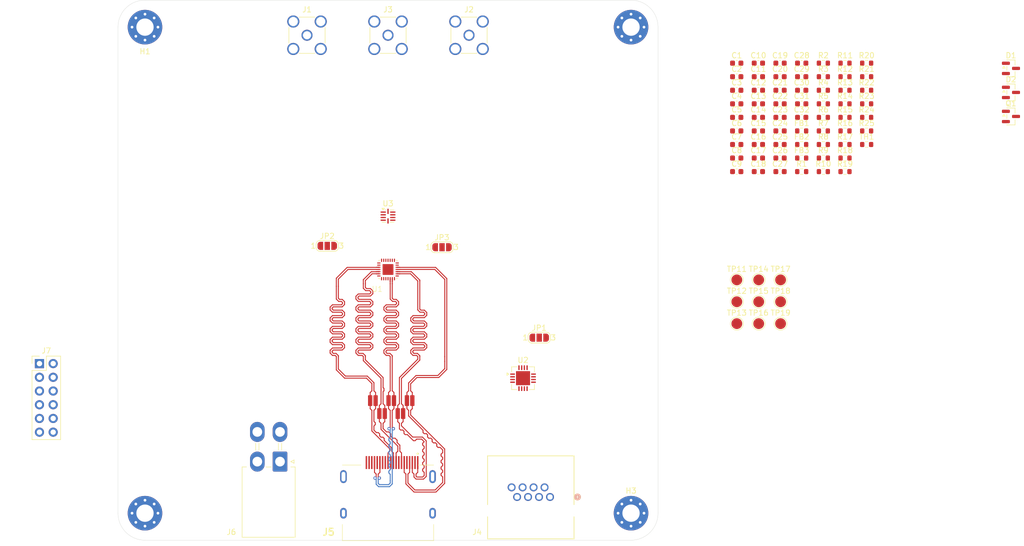
<source format=kicad_pcb>
(kicad_pcb (version 20241229) (generator "pcbnew") (generator_version "9.0")
  (layers (0 "F.Cu" signal) (4 "In1.Cu" signal) (6 "In2.Cu" signal) (2 "B.Cu" signal) (13 "F.Paste" user) (15 "B.Paste" user) (5 "F.SilkS" user "F.Silkscreen") (7 "B.SilkS" user "B.Silkscreen") (1 "F.Mask" user) (3 "B.Mask" user) (25 "Edge.Cuts" user))
  (net 0 "")
  (net 1 "GND")
  (net 2 "/VDD_A")
  (net 3 "/VDD_D")
  (net 4 "/VDD_DAC")
  (net 5 "/VDD_IO")
  (net 6 "/VS_N")
  (net 7 "/RST_B")
  (net 8 "/SPI_SDO")
  (net 9 "/SPI_SCLK")
  (net 10 "/SPI_SDI")
  (net 11 "/SPI_CS_B")
  (net 12 "/VS_P")
  (net 13 "/VDD_DAQ")
  (net 14 "Net-(JP3-B)")
  (net 15 "Net-(JP2-B)")
  (net 16 "/CLK_INIT_P")
  (net 17 "/CLK_INIT_N")
  (net 18 "/CLK_SAMP_N")
  (net 19 "/CLK_SAMP_P")
  (net 20 "/CLK_COMP_N")
  (net 21 "/CLK_COMP_P")
  (net 22 "/CLK_LOGIC_N")
  (net 23 "/CLK_LOGIC_P")
  (net 24 "/COMP_OUT_P")
  (net 25 "/COMP_OUT_N")
  (net 26 "Net-(U3-IN+)")
  (net 27 "Net-(U3-IN-)")
  (net 28 "Earth")
  (net 29 "Net-(FB1-Pad1)")
  (net 30 "/VDD")
  (net 31 "Net-(FB2-Pad1)")
  (net 32 "Net-(J7-Pin_9)")
  (net 33 "Net-(J7-Pin_11)")
  (net 34 "/AMP_EN")
  (net 35 "Net-(FB3-Pad1)")
  (net 36 "/VIN_P_EXT")
  (net 37 "/VOCM_EXT")
  (net 38 "/VIN_N_EXT")
  (net 39 "/SPI_CS_B_EXT")
  (net 41 "/SPI_SDI_EXT")
  (net 42 "/SPI_SDO_EXT")
  (net 43 "/SPI_SCLK_EXT")
  (net 44 "/AMP_EN_EXT_B")
  (net 45 "/RST_B_EXT")
  (net 47 "Net-(J5-Pad14)")
  (net 49 "Net-(J5-Pad13)")
  (net 50 "Net-(JP1-C)")
  (net 51 "Net-(JP1-A)")
  (net 52 "/VIN_N")
  (net 53 "/VIN_P")
  (net 54 "Net-(U3-OUT-)")
  (net 55 "Net-(U3-OUT+)")
  (footprint "frida:FRIDA_ASIC_Pad" (layer "F.Cu") (at 148 101.875)
    (property "Reference" "U1")
    (property "Value" "ASIC FRIDA 65A" (hide yes))
  )
  (footprint "frida:Molex_SMA_733910070" (layer "F.Cu") (at 150 56.5)
    (property "Reference" "J3")
    (property "Value" "SMA Molex 733910070")
  )
  (footprint "Capacitor_SMD:C_0603_1608Metric" (layer "F.Cu") (at 222.59 76.73)
    (property "Reference" "C25")
    (property "Value" "100n")
  )
  (footprint "TestPoint:TestPoint_Pad_D2.0mm" (layer "F.Cu") (at 222.69 101.8)
    (property "Reference" "TP17")
    (property "Value" "TestPoint")
  )
  (footprint "Resistor_SMD:R_0603_1608Metric" (layer "F.Cu") (at 234.62 61.67)
    (property "Reference" "R11")
    (property "Value" "10k")
  )
  (footprint "Resistor_SMD:R_0603_1608Metric" (layer "F.Cu") (at 230.61 71.71)
    (property "Reference" "R6")
    (property "Value" "10k")
  )
  (footprint "Resistor_SMD:R_0603_1608Metric" (layer "F.Cu") (at 234.62 66.69)
    (property "Reference" "R13")
    (property "Value" "10k")
  )
  (footprint "Resistor_SMD:R_0603_1608Metric" (layer "F.Cu") (at 238.63 74.22)
    (property "Reference" "R25")
    (property "Value" "499")
  )
  (footprint "Capacitor_SMD:C_0603_1608Metric" (layer "F.Cu") (at 214.57 74.22)
    (property "Reference" "C6")
    (property "Value" "1u")
  )
  (footprint "Capacitor_SMD:C_0603_1608Metric" (layer "F.Cu") (at 226.6 66.69)
    (property "Reference" "C30")
    (property "Value" "51pF")
  )
  (footprint "MountingHole:MountingHole_3.2mm_M3_Pad_Via" (layer "F.Cu") (at 105 145)
    (property "Reference" "H4" (hide yes))
    (property "Value" "MountingHole_Pad")
  )
  (footprint "Jumper:SolderJumper-3_P1.3mm_Open_RoundedPad1.0x1.5mm_NumberLabels" (layer "F.Cu") (at 178 112.5)
    (property "Reference" "JP1")
    (property "Value" "SolderJumper_3_Open" (hide yes))
  )
  (footprint "Resistor_SMD:R_0603_1608Metric" (layer "F.Cu") (at 230.61 79.24)
    (property "Reference" "R9")
    (property "Value" "10k")
  )
  (footprint "Capacitor_SMD:C_0603_1608Metric" (layer "F.Cu") (at 218.58 79.24)
    (property "Reference" "C17")
    (property "Value" "100n")
  )
  (footprint "Capacitor_SMD:C_0603_1608Metric" (layer "F.Cu") (at 218.58 61.67)
    (property "Reference" "C10")
    (property "Value" "1u")
  )
  (footprint "Resistor_SMD:R_0603_1608Metric" (layer "F.Cu") (at 234.62 74.22)
    (property "Reference" "R16")
    (property "Value" "10k")
  )
  (footprint "Capacitor_SMD:C_0603_1608Metric" (layer "F.Cu") (at 214.57 76.73)
    (property "Reference" "C7")
    (property "Value" "100n")
  )
  (footprint "Capacitor_SMD:C_0603_1608Metric" (layer "F.Cu") (at 226.6 64.18)
    (property "Reference" "C29")
    (property "Value" "100n")
  )
  (footprint "Resistor_SMD:R_0603_1608Metric" (layer "F.Cu") (at 234.62 69.2)
    (property "Reference" "R14")
    (property "Value" "54.9")
  )
  (footprint "frida:Molex_SMA_733910070" (layer "F.Cu") (at 135 56.5)
    (property "Reference" "J1")
    (property "Value" "SMA Molex 733910070")
  )
  (footprint "frida:Molex_MiniFitJr_469990014" (layer "F.Cu") (at 130 135.45 180)
    (property "Reference" "J6")
    (property "Value" "MiniFitJr Molex 469990014")
  )
  (footprint "Capacitor_SMD:C_0603_1608Metric" (layer "F.Cu") (at 226.6 71.71)
    (property "Reference" "C32")
    (property "Value" "1u")
  )
  (footprint "Capacitor_SMD:C_0603_1608Metric" (layer "F.Cu") (at 214.57 61.67)
    (property "Reference" "C1")
    (property "Value" "47u")
  )
  (footprint "Connector_PinHeader_2.54mm:PinHeader_2x06_P2.54mm_Vertical" (layer "F.Cu") (at 85.46 117.3)
    (property "Reference" "J7")
    (property "Value" "Conn_02x06_Odd_Even")
  )
  (footprint "frida:Molex_RJ45_446200002" (layer "F.Cu") (at 180 142)
    (property "Reference" "J4")
    (property "Value" "RJ45 Molex 446200002")
  )
  (footprint "frida:TI_LevelShifter_TXV0106Q1" (layer "F.Cu") (at 175 120)
    (property "Reference" "U2")
    (property "Value" "LevelShifter TI TXV0106Q1")
  )
  (footprint "frida:TI_DiffAmp_THS4541" (layer "F.Cu") (at 150 90)
    (property "Reference" "U3")
    (property "Value" "DiffAmp TI THS4541")
  )
  (footprint "Jumper:SolderJumper-3_P1.3mm_Open_RoundedPad1.0x1.5mm_NumberLabels" (layer "F.Cu") (at 160 95.75)
    (property "Reference" "JP3")
    (property "Value" "SolderJumper_3_Open")
  )
  (footprint "Capacitor_SMD:C_0603_1608Metric" (layer "F.Cu") (at 222.59 81.75)
    (property "Reference" "C27")
    (property "Value" "100n")
  )
  (footprint "TestPoint:TestPoint_Pad_D2.0mm" (layer "F.Cu") (at 214.59 105.85)
    (property "Reference" "TP12")
    (property "Value" "TestPoint")
  )
  (footprint "Capacitor_SMD:C_0603_1608Metric" (layer "F.Cu") (at 222.59 74.22)
    (property "Reference" "C24")
    (property "Value" "100n")
  )
  (footprint "TestPoint:TestPoint_Pad_D2.0mm" (layer "F.Cu") (at 222.69 105.85)
    (property "Reference" "TP18")
    (property "Value" "TestPoint")
  )
  (footprint "Resistor_SMD:R_0603_1608Metric" (layer "F.Cu") (at 238.63 69.2)
    (property "Reference" "R23")
    (property "Value" "499")
  )
  (footprint "Capacitor_SMD:C_0603_1608Metric" (layer "F.Cu") (at 214.57 71.71)
    (property "Reference" "C5")
    (property "Value" "47u")
  )
  (footprint "MountingHole:MountingHole_3.2mm_M3_Pad_Via" (layer "F.Cu") (at 195 55)
    (property "Reference" "H2" (hide yes))
    (property "Value" "MountingHole_Pad")
  )
  (footprint "Resistor_SMD:R_0603_1608Metric" (layer "F.Cu") (at 234.62 81.75)
    (property "Reference" "R19")
    (property "Value" "499")
  )
  (footprint "Resistor_SMD:R_0603_1608Metric" (layer "F.Cu") (at 230.61 66.69)
    (property "Reference" "R4")
    (property "Value" "100")
  )
  (footprint "Capacitor_SMD:C_0603_1608Metric" (layer "F.Cu") (at 226.6 61.67)
    (property "Reference" "C28")
    (property "Value" "1u")
  )
  (footprint "Capacitor_SMD:C_0603_1608Metric" (layer "F.Cu") (at 218.58 69.2)
    (property "Reference" "C13")
    (property "Value" "47u")
  )
  (footprint "Capacitor_SMD:C_0603_1608Metric" (layer "F.Cu") (at 226.6 69.2)
    (property "Reference" "C31")
    (property "Value" "100n")
  )
  (footprint "TestPoint:TestPoint_Pad_D2.0mm" (layer "F.Cu") (at 214.59 101.8)
    (property "Reference" "TP11")
    (property "Value" "TestPoint")
  )
  (footprint "MountingHole:MountingHole_3.2mm_M3_Pad_Via" (layer "F.Cu") (at 105 55)
    (property "Reference" "H1")
    (property "Value" "MountingHole_Pad")
  )
  (footprint "Capacitor_SMD:C_0603_1608Metric" (layer "F.Cu") (at 214.57 69.2)
    (property "Reference" "C4")
    (property "Value" "100n")
  )
  (footprint "Resistor_SMD:R_0603_1608Metric" (layer "F.Cu") (at 230.61 69.2)
    (property "Reference" "R5")
    (property "Value" "10k")
  )
  (footprint "frida:Test_Point" (layer "F.Cu") (at 151.1 124.15)
    (property "Reference" "TP10" (hide yes))
    (property "Value" "TestPoint Keystone 5001" (hide yes))
  )
  (footprint "Resistor_SMD:R_0603_1608Metric" (layer "F.Cu") (at 230.61 81.75)
    (property "Reference" "R10")
    (property "Value" "10k")
  )
  (footprint "Capacitor_SMD:C_0603_1608Metric" (layer "F.Cu") (at 222.59 79.24)
    (property "Reference" "C26")
    (property "Value" "1u")
  )
  (footprint "Capacitor_SMD:C_0603_1608Metric" (layer "F.Cu") (at 222.59 66.69)
    (property "Reference" "C21")
    (property "Value" "100n")
  )
  (footprint "Capacitor_SMD:C_0603_1608Metric" (layer "F.Cu") (at 222.59 71.71)
    (property "Reference" "C23")
    (property "Value" "1u")
  )
  (footprint "TestPoint:TestPoint_Pad_D2.0mm" (layer "F.Cu") (at 222.69 109.9)
    (property "Reference" "TP19")
    (property "Value" "TestPoint")
  )
  (footprint "frida:Molex_DisplayPort_472720024" (layer "F.Cu") (at 150 141.988134)
    (property "Reference" "J5")
    (property "Value" "DisplayPort Molex 472720024" (hide yes))
  )
  (footprint "Resistor_SMD:R_0603_1608Metric" (layer "F.Cu") (at 238.63 76.73)
    (property "Reference" "TH1")
    (property "Value" "Thermistor_NTC")
  )
  (footprint "Resistor_SMD:R_0603_1608Metric" (layer "F.Cu") (at 226.6 76.73)
    (property "Reference" "FB2")
    (property "Value" "FerriteBead_Small")
  )
  (footprint "Resistor_SMD:R_0603_1608Metric" (layer "F.Cu") (at 230.61 61.67)
    (property "Reference" "R2")
    (property "Value" "100")
  )
  (footprint "TestPoint:TestPoint_Pad_D2.0mm" (layer "F.Cu") (at 218.64 109.9)
    (property "Reference" "TP16")
    (property "Value" "TestPoint")
  )
  (footprint "frida:Test_Point" (layer "F.Cu") (at 154.5 124.15)
    (property "Reference" "TP5" (hide yes))
    (property "Value" "TestPoint Keystone 5001" (hide yes))
  )
  (footprint "Capacitor_SMD:C_0603_1608Metric" (layer "F.Cu") (at 218.58 64.18)
    (property "Reference" "C11")
    (property "Value" "100n")
  )
  (footprint "Capacitor_SMD:C_0603_1608Metric" (layer "F.Cu") (at 214.57 64.18)
    (property "Reference" "C2")
    (property "Value" "1u")
  )
  (footprint "frida:Test_Point" (layer "F.Cu") (at 152.8 126.55)
    (property "Reference" "TP7" (hide yes))
    (property "Value" "TestPoint Keystone 5001" (hide yes))
  )
  (footprint "frida:Test_Point" (layer "F.Cu") (at 149.4 126.55)
    (property "Reference" "TP4" (hide yes))
    (property "Value" "TestPoint Keystone 5001" (hide yes))
  )
  (footprint "Resistor_SMD:R_0603_1608Metric" (layer "F.Cu") (at 226.6 81.75)
    (property "Reference" "R1")
    (property "Value" "100")
  )
  (footprint "frida:Test_Point" (layer "F.Cu") (at 147.7 124.15)
    (property "Reference" "TP2" (hide yes))
    (property "Value" "TestPoint Keystone 5001" (hide yes))
  )
  (footprint "Capacitor_SMD:C_0603_1608Metric" (layer "F.Cu") (at 218.58 66.69)
    (property "Reference" "C12")
    (property "Value" "100n")
  )
  (footprint "Resistor_SMD:R_0603_1608Metric" (layer "F.Cu") (at 238.63 61.67)
    (property "Reference" "R20")
    (property "Value" "1k")
  )
  (footprint "TestPoint:TestPoint_Pad_D2.0mm" (layer "F.Cu") (at 218.64 105.85)
    (property "Reference" "TP15")
    (property "Value" "TestPoint")
  )
  (footprint "Resistor_SMD:R_0603_1608Metric" (layer "F.Cu") (at 226.6 79.24)
    (property "Reference" "FB3")
    (property "Value" "FerriteBead_Small")
  )
  (footprint "frida:Test_Point" (layer "F.Cu") (at 153.5 124.15)
    (property "Reference" "TP6" (hide yes))
    (property "Value" "TestPoint Keystone 5001" (hide yes))
  )
  (footprint "Resistor_SMD:R_0603_1608Metric" (layer "F.Cu") (at 230.61 74.22)
    (property "Reference" "R7")
    (property "Value" "10k")
  )
  (footprint "Capacitor_SMD:C_0603_1608Metric" (layer "F.Cu") (at 218.58 81.75)
    (property "Reference" "C18")
    (property "Value" "47u")
  )
  (footprint "Capacitor_SMD:C_0603_1608Metric" (layer "F.Cu") (at 214.57 79.24)
    (property "Reference" "C8")
    (property "Value" "100n")
  )
  (footprint "frida:Test_Point" (layer "F.Cu") (at 151.8 126.55)
    (property "Reference" "TP8" (hide yes))
    (property "Value" "TestPoint Keystone 5001" (hide yes))
  )
  (footprint "frida:Test_Point" (layer "F.Cu") (at 146.7 124.15)
    (property "Reference" "TP1" (hide yes))
    (property "Value" "TestPoint Keystone 5001" (hide yes))
  )
  (footprint "Resistor_SMD:R_0603_1608Metric" (layer "F.Cu") (at 238.63 64.18)
    (property "Reference" "R21")
    (property "Value" "1k")
  )
  (footprint "Package_TO_SOT_SMD:SOT-23" (layer "F.Cu") (at 265.35 71.54)
    (property "Reference" "Q1")
    (property "Value" "NMOS")
  )
  (footprint "Package_TO_SOT_SMD:SOT-23" (layer "F.Cu") (at 265.35 62.64)
    (property "Reference" "D1")
    (property "Value" "BAV99")
  )
  (footprint "Capacitor_SMD:C_0603_1608Metric" (layer "F.Cu") (at 222.59 69.2)
    (property "Reference" "C22")
    (property "Value" "47u")
  )
  (footprint "Resistor_SMD:R_0603_1608Metric" (layer "F.Cu") (at 238.63 66.69)
    (property "Reference" "R22")
    (property "Value" "499")
  )
  (footprint "Resistor_SMD:R_0603_1608Metric" (layer "F.Cu") (at 226.6 74.22)
    (property "Reference" "FB1")
    (property "Value" "FerriteBead_Small")
  )
  (footprint "Resistor_SMD:R_0603_1608Metric" (layer "F.Cu") (at 234.62 79.24)
    (property "Reference" "R18")
    (property "Value" "499")
  )
  (footprint "Capacitor_SMD:C_0603_1608Metric" (layer "F.Cu") (at 218.58 74.22)
    (property "Reference" "C15")
    (property "Value" "100n")
  )
  (footprint "frida:Molex_SMA_733910070" (layer "F.Cu") (at 165 56.5)
    (property "Reference" "J2")
    (property "Value" "SMA Molex 733910070")
  )
  (footprint "frida:Test_Point" (layer "F.Cu") (at 150.1 124.15)
    (property "Reference" "TP9" (hide yes))
    (property "Value" "TestPoint Keystone 5001" (hide yes))
  )
  (footprint "Capacitor_SMD:C_0603_1608Metric" (layer "F.Cu") (at 222.59 64.18)
    (property "Reference" "C20")
    (property "Value" "100n")
  )
  (footprint "Package_TO_SOT_SMD:SOT-23" (layer "F.Cu") (at 265.35 67.09)
    (property "Reference" "D2")
    (property "Value" "BAV99")
  )
  (footprint "Capacitor_SMD:C_0603_1608Metric" (layer "F.Cu") (at 214.57 81.75)
    (property "Reference" "C9")
    (property "Value" "47u")
  )
  (footprint "Jumper:SolderJumper-3_P1.3mm_Open_RoundedPad1.0x1.5mm_NumberLabels" (layer "F.Cu") (at 138.75 95.5)
    (property "Reference" "JP2")
    (property "Value" "SolderJumper_3_Open")
  )
  (footprint "Resistor_SMD:R_0603_1608Metric" (layer "F.Cu") (at 234.62 76.73)
    (property "Reference" "R17")
    (property "Value" "50")
  )
  (footprint "Capacitor_SMD:C_0603_1608Metric" (layer "F.Cu") (at 218.58 76.73)
    (property "Reference" "C16")
    (property "Value" "100n")
  )
  (footprint "Capacitor_SMD:C_0603_1608Metric" (layer "F.Cu") (at 222.59 61.67)
    (property "Reference" "C19")
    (property "Value" "1u")
  )
  (footprint "Capacitor_SMD:C_0603_1608Metric" (layer "F.Cu") (at 218.58 71.71)
    (property "Reference" "C14")
    (property "Value" "1u")
  )
  (footprint "Capacitor_SMD:C_0603_1608Metric" (layer "F.Cu") (at 214.57 66.69)
    (property "Reference" "C3")
    (property "Value" "100n")
  )
  (footprint "TestPoint:TestPoint_Pad_D2.0mm" (layer "F.Cu") (at 214.59 109.9)
    (property "Reference" "TP13")
    (property "Value" "TestPoint")
  )
  (footprint "Resistor_SMD:R_0603_1608Metric" (layer "F.Cu") (at 234.62 64.18)
    (property "Reference" "R12")
    (property "Value" "10k")
  )
  (footprint "Resistor_SMD:R_0603_1608Metric" (layer "F.Cu") (at 230.61 76.73)
    (property "Reference" "R8")
    (property "Value" "10k")
  )
  (footprint "frida:Test_Point" (layer "F.Cu") (at 148.4 126.55)
    (property "Reference" "TP3" (hide yes))
    (property "Value" "TestPoint Keystone 5001" (hide yes))
  )
  (footprint "MountingHole:MountingHole_3.2mm_M3_Pad_Via" (layer "F.Cu") (at 195 145)
    (property "Reference" "H3")
    (property "Value" "MountingHole_Pad")
  )
  (footprint "Resistor_SMD:R_0603_1608Metric" (layer "F.Cu") (at 234.62 71.71)
    (property "Reference" "R15")
    (property "Value" "54.9")
  )
  (footprint "Resistor_SMD:R_0603_1608Metric" (layer "F.Cu") (at 230.61 64.18)
    (property "Reference" "R3")
    (property "Value" "100")
  )
  (footprint "TestPoint:TestPoint_Pad_D2.0mm" (layer "F.Cu") (at 218.64 101.8)
    (property "Reference" "TP14")
    (property "Value" "TestPoint")
  )
  (footprint "Resistor_SMD:R_0603_1608Metric" (layer "F.Cu") (at 238.63 71.71)
    (property "Reference" "R24")
    (property "Value" "499")
  )
  (gr_line (start 105 50) (end 195 50) (stroke (width 0.05)) (layer "Edge.Cuts"))
  (gr_line (start 200 55) (end 200 145) (stroke (width 0.05)) (layer "Edge.Cuts"))
  (gr_line (start 100 145) (end 100 55) (stroke (width 0.05)) (layer "Edge.Cuts"))
  (gr_arc (start 195 50) (mid 198.535534 51.464466) (end 200 55) (stroke (width 0.05)) (layer "Edge.Cuts"))
  (gr_arc (start 105 150) (mid 101.464466 148.535534) (end 100 145) (stroke (width 0.05)) (layer "Edge.Cuts"))
  (gr_arc (start 200 145) (mid 198.535534 148.535534) (end 195 150) (stroke (width 0.05)) (layer "Edge.Cuts"))
  (gr_arc (start 100 55) (mid 101.464466 51.464466) (end 105 50) (stroke (width 0.05)) (layer "Edge.Cuts"))
  (gr_line (start 195 150) (end 105 150) (stroke (width 0.05)) (layer "Edge.Cuts"))
  (segment (start 141.367028 111.79) (end 139.715571 111.79) (width 0.18) (layer "F.Cu") (net 16))
  (segment (start 147.01 125.960001) (end 147.01 129.778702) (width 0.18) (layer "F.Cu") (net 16))
  (segment (start 146.7 122.649999) (end 147.01 122.339999) (width 0.18) (layer "F.Cu") (net 16))
  (segment (start 140.43 118.467404) (end 140.43 116) (width 0.18) (layer "F.Cu") (net 16))
  (segment (start 150.31 133.529999) (end 150 133.839999) (width 0.18) (layer "F.Cu") (net 16))
  (segment (start 140.43 105.357401) (end 140.43 102.995213) (width 0.18) (layer "F.Cu") (net 16))
  (segment (start 141.962596 120) (end 140.43 118.467404) (width 0.18) (layer "F.Cu") (net 16))
  (segment (start 139.715582 106.41) (end 141.367017 106.41) (width 0.18) (layer "F.Cu") (net 16))
  (segment (start 141.577028 112.2) (end 141.577028 112) (width 0.18) (layer "F.Cu") (net 16))
  (segment (start 139.715571 111.79) (end 139.282972 111.357401) (width 0.18) (layer "F.Cu") (net 16))
  (segment (start 139.282972 112.842598) (end 139.715571 112.41) (width 0.18) (layer "F.Cu") (net 16))
  (segment (start 147.01 121) (end 146.01 120) (width 0.18) (layer "F.Cu") (net 16))
  (segment (start 147.01 129.778702) (end 150.31 133.078702) (width 0.18) (layer "F.Cu") (net 16))
  (segment (start 141.367028 113.79) (end 139.715571 113.79) (width 0.18) (layer "F.Cu") (net 16))
  (segment (start 141.577017 106) (end 141.367017 105.79) (width 0.18) (layer "F.Cu") (net 16))
  (segment (start 147.01 122.339999) (end 147.01 121) (width 0.18) (layer "F.Cu") (net 16))
  (segment (start 146.7 124.15) (end 146.7 125.650001) (width 0.18) (layer "F.Cu") (net 16))
  (segment (start 140.43 102.995213) (end 140.43 101.495192) (width 0.18) (layer "F.Cu") (net 16))
  (segment (start 141.577028 112) (end 141.367028 111.79) (width 0.18) (layer "F.Cu") (net 16))
  (segment (start 141.367017 106.41) (end 141.577017 106.2) (width 0.18) (layer "F.Cu") (net 16))
  (segment (start 146.7 124.15) (end 146.7 122.649999) (width 0.18) (layer "F.Cu") (net 16))
  (segment (start 139.282972 108.842598) (end 139.715571 108.41) (width 0.18) (layer "F.Cu") (net 16))
  (segment (start 141.367028 112.41) (end 141.577028 112.2) (width 0.18) (layer "F.Cu") (net 16))
  (segment (start 140.862598 105.79) (end 140.43 105.357401) (width 0.18) (layer "F.Cu") (net 16))
  (segment (start 141.367028 107.79) (end 139.715582 107.79) (width 0.18) (layer "F.Cu") (net 16))
  (segment (start 139.715571 110.41) (end 141.367028 110.41) (width 0.18) (layer "F.Cu") (net 16))
  (segment (start 139.282983 106.842598) (end 139.715582 106.41) (width 0.18) (layer "F.Cu") (net 16))
  (segment (start 141.577028 110.2) (end 141.577028 110) (width 0.18) (layer "F.Cu") (net 16))
  (segment (start 139.282972 109.357401) (end 139.282972 108.842598) (width 0.18) (layer "F.Cu") (net 16))
  (segment (start 140.22 115.79) (end 139.715571 115.79) (width 0.18) (layer "F.Cu") (net 16))
  (segment (start 139.282972 115.357401) (end 139.282972 114.842598) (width 0.18) (layer "F.Cu") (net 16))
  (segment (start 150.31 133.078702) (end 150.31 133.529999) (width 0.18) (layer "F.Cu") (net 16))
  (segment (start 141.367017 105.79) (end 140.862598 105.79) (width 0.18) (layer "F.Cu") (net 16))
  (segment (start 139.715571 113.79) (end 139.282972 113.357401) (width 0.18) (layer "F.Cu") (net 16))
  (segment (start 139.715571 114.41) (end 141.367028 114.41) (width 0.18) (layer "F.Cu") (net 16))
  (segment (start 146.7 125.650001) (end 147.01 125.960001) (width 0.18) (layer "F.Cu") (net 16))
  (segment (start 146.01 120) (end 141.962596 120) (width 0.18) (layer "F.Cu") (net 16))
  (segment (start 139.715571 112.41) (end 141.367028 112.41) (width 0.18) (layer "F.Cu") (net 16))
  (segment (start 141.577028 110) (end 141.367028 109.79) (width 0.18) (layer "F.Cu") (net 16))
  (segment (start 141.577028 114) (end 141.367028 113.79) (width 0.18) (layer "F.Cu") (net 16))
  (segment (start 139.715571 108.41) (end 141.367028 108.41) (width 0.18) (layer "F.Cu") (net 16))
  (segment (start 139.282972 110.842598) (end 139.715571 110.41) (width 0.18) (layer "F.Cu") (net 16))
  (segment (start 139.282972 113.357401) (end 139.282972 112.842598) (width 0.18) (layer "F.Cu") (net 16))
  (segment (start 139.282983 107.357401) (end 139.282983 106.842598) (width 0.18) (layer "F.Cu") (net 16))
  (segment (start 147.839999 99.485) (end 147.849999 99.475) (width 0.18) (layer "F.Cu") (net 16))
  (segment (start 139.715571 115.79) (end 139.282972 115.357401) (width 0.18) (layer "F.Cu") (net 16))
  (segment (start 140.43 116) (end 140.22 115.79) (width 0.18) (layer "F.Cu") (net 16))
  (segment (start 139.282972 114.842598) (end 139.715571 114.41) (width 0.18) (layer "F.Cu") (net 16))
  (segment (start 141.577028 108) (end 141.367028 107.79) (width 0.18) (layer "F.Cu") (net 16))
  (segment (start 141.367028 110.41) (end 141.577028 110.2) (width 0.18) (layer "F.Cu") (net 16))
  (segment (start 147.849999 99.475) (end 148.3 99.475) (width 0.18) (layer "F.Cu") (net 16))
  (segment (start 140.43 101.495192) (end 142.440192 99.485) (width 0.18) (layer "F.Cu") (net 16))
  (segment (start 141.367028 109.79) (end 139.715571 109.79) (width 0.18) (layer "F.Cu") (net 16))
  (segment (start 141.367028 114.41) (end 141.577028 114.2) (width 0.18) (layer "F.Cu") (net 16))
  (segment (start 141.367028 108.41) (end 141.577028 108.2) (width 0.18) (layer "F.Cu") (net 16))
  (segment (start 141.577028 114.2) (end 141.577028 114) (width 0.18) (layer "F.Cu") (net 16))
  (segment (start 139.715582 107.79) (end 139.282983 107.357401) (width 0.18) (layer "F.Cu") (net 16))
  (segment (start 150 133.839999) (end 150 135.64) (width 0.18) (layer "F.Cu") (net 16))
  (segment (start 142.440192 99.485) (end 147.839999 99.485) (width 0.18) (layer "F.Cu") (net 16))
  (segment (start 139.282972 111.357401) (end 139.282972 110.842598) (width 0.18) (layer "F.Cu") (net 16))
  (segment (start 141.577017 106.2) (end 141.577017 106) (width 0.18) (layer "F.Cu") (net 16))
  (segment (start 139.715571 109.79) (end 139.282972 109.357401) (width 0.18) (layer "F.Cu") (net 16))
  (segment (start 141.577028 108.2) (end 141.577028 108) (width 0.18) (layer "F.Cu") (net 16))
  (segment (start 141.957028 114.357401) (end 141.957028 113.842598) (width 0.18) (layer "F.Cu") (net 17))
  (segment (start 139.662983 107) (end 139.872983 106.79) (width 0.18) (layer "F.Cu") (net 17))
  (segment (start 141.524418 106.79) (end 141.957017 106.357401) (width 0.18) (layer "F.Cu") (net 17))
  (segment (start 140.81 101.652596) (end 142.597596 99.865) (width 0.18) (layer "F.Cu") (net 17))
  (segment (start 147.839999 99.865) (end 147.849999 99.875) (width 0.18) (layer "F.Cu") (net 17))
  (segment (start 139.662972 111.2) (end 139.662972 111) (width 0.18) (layer "F.Cu") (net 17))
  (segment (start 140.81 105.2) (end 140.81 102.995213) (width 0.18) (layer "F.Cu") (net 17))
  (segment (start 141.957028 113.842598) (end 141.524429 113.41) (width 0.18) (layer "F.Cu") (net 17))
  (segment (start 139.662972 111) (end 139.872972 110.79) (width 0.18) (layer "F.Cu") (net 17))
  (segment (start 147.7 125.650001) (end 147.39 125.960001) (width 0.18) (layer "F.Cu") (net 17))
  (segment (start 139.662983 107.2) (end 139.662983 107) (width 0.18) (layer "F.Cu") (net 17))
  (segment (start 139.872972 115.41) (end 139.662972 115.2) (width 0.18) (layer "F.Cu") (net 17))
  (segment (start 139.662972 113.2) (end 139.662972 113) (width 0.18) (layer "F.Cu") (net 17))
  (segment (start 141.524429 107.41) (end 139.872983 107.41) (width 0.18) (layer "F.Cu") (net 17))
  (segment (start 140.377402 115.41) (end 139.872972 115.41) (width 0.18) (layer "F.Cu") (net 17))
  (segment (start 147.7 124.15) (end 147.7 122.649999) (width 0.18) (layer "F.Cu") (net 17))
  (segment (start 140.81 116) (end 140.81 115.842598) (width 0.18) (layer "F.Cu") (net 17))
  (segment (start 139.662972 115.2) (end 139.662972 115) (width 0.18) (layer "F.Cu") (net 17))
  (segment (start 149.056463 130.929445) (end 149.301568 131.17455) (width 0.18) (layer "F.Cu") (net 17))
  (segment (start 140.81 118.31) (end 140.81 116) (width 0.18) (layer "F.Cu") (net 17))
  (segment (start 139.662972 109) (end 139.872972 108.79) (width 0.18) (layer "F.Cu") (net 17))
  (segment (start 139.872972 113.41) (end 139.662972 113.2) (width 0.18) (layer "F.Cu") (net 17))
  (segment (start 139.872972 110.79) (end 141.524429 110.79) (width 0.18) (layer "F.Cu") (net 17))
  (segment (start 141.524429 109.41) (end 139.872972 109.41) (width 0.18) (layer "F.Cu") (net 17))
  (segment (start 140.81 115.842598) (end 140.377402 115.41) (width 0.18) (layer "F.Cu") (net 17))
  (segment (start 141.957028 108.357401) (end 141.957028 107.842598) (width 0.18) (layer "F.Cu") (net 17))
  (segment (start 146.167404 119.62) (end 142.12 119.62) (width 0.18) (layer "F.Cu") (net 17))
  (segment (start 139.872972 112.79) (end 141.524429 112.79) (width 0.18) (layer "F.Cu") (net 17))
  (segment (start 141.524429 108.79) (end 141.957028 108.357401) (width 0.18) (layer "F.Cu") (net 17))
  (segment (start 139.872983 106.79) (end 141.524418 106.79) (width 0.18) (layer "F.Cu") (net 17))
  (segment (start 148.207867 130.080917) (end 148.453006 130.326056) (width 0.18) (layer "F.Cu") (net 17))
  (segment (start 147.7 122.649999) (end 147.39 122.339999) (width 0.18) (layer "F.Cu") (net 17))
  (segment (start 141.524429 111.41) (end 139.872972 111.41) (width 0.18) (layer "F.Cu") (net 17))
  (segment (start 141.524429 112.79) (end 141.957028 112.357401) (width 0.18) (layer "F.Cu") (net 17))
  (segment (start 149.301568 131.17455) (end 149.301569 131.532868) (width 0.18) (layer "F.Cu") (net 17))
  (segment (start 141.957028 107.842598) (end 141.524429 107.41) (width 0.18) (layer "F.Cu") (net 17))
  (segment (start 150.69 133.529999) (end 151 133.839999) (width 0.18) (layer "F.Cu") (net 17))
  (segment (start 141.524429 113.41) (end 139.872972 113.41) (width 0.18) (layer "F.Cu") (net 17))
  (segment (start 141.02 105.41) (end 140.81 105.2) (width 0.18) (layer "F.Cu") (net 17))
  (segment (start 147.39 129.621298) (end 147.849619 130.080917) (width 0.18) (layer "F.Cu") (net 17))
  (segment (start 149.301569 131.532868) (end 150.69 132.921298) (width 0.18) (layer "F.Cu") (net 17))
  (segment (start 141.957028 112.357401) (end 141.957028 111.842598) (width 0.18) (layer "F.Cu") (net 17))
  (segment (start 148.453006 130.326056) (end 148.453007 130.684306) (width 0.18) (layer "F.Cu") (net 17))
  (segment (start 147.39 122.339999) (end 147.39 120.842596) (width 0.18) (layer "F.Cu") (net 17))
  (segment (start 140.81 102.995213) (end 140.81 101.652596) (width 0.18) (layer "F.Cu") (net 17))
  (segment (start 142.597596 99.865) (end 147.839999 99.865) (width 0.18) (layer "F.Cu") (net 17))
  (segment (start 139.662972 109.2) (end 139.662972 109) (width 0.18) (layer "F.Cu") (net 17))
  (segment (start 139.872972 111.41) (end 139.662972 111.2) (width 0.18) (layer "F.Cu") (net 17))
  (segment (start 151 133.839999) (end 151 135.64) (width 0.18) (layer "F.Cu") (net 17))
  (segment (start 139.872972 114.79) (end 141.524429 114.79) (width 0.18) (layer "F.Cu") (net 17))
  (segment (start 142.12 119.62) (end 140.81 118.31) (width 0.18) (layer "F.Cu") (net 17))
  (segment (start 147.7 124.15) (end 147.7 125.650001) (width 0.18) (layer "F.Cu") (net 17))
  (segment (start 147.849619 130.080917) (end 148.207867 130.080917) (width 0.18) (layer "F.Cu") (net 17))
  (segment (start 139.872983 107.41) (end 139.662983 107.2) (width 0.18) (layer "F.Cu") (net 17))
  (segment (start 139.662972 113) (end 139.872972 112.79) (width 0.18) (layer "F.Cu") (net 17))
  (segment (start 147.39 120.842596) (end 146.167404 119.62) (width 0.18) (layer "F.Cu") (net 17))
  (segment (start 139.872972 109.41) (end 139.662972 109.2) (width 0.18) (layer "F.Cu") (net 17))
  (segment (start 148.453007 130.684306) (end 148.698147 130.929445) (width 0.18) (layer "F.Cu") (net 17))
  (segment (start 141.957028 109.842598) (end 141.524429 109.41) (width 0.18) (layer "F.Cu") (net 17))
  (segment (start 141.524418 105.41) (end 141.02 105.41) (width 0.18) (layer "F.Cu") (net 17))
  (segment (start 147.849999 99.875) (end 148.3 99.875) (width 0.18) (layer "F.Cu") (net 17))
  (segment (start 141.524429 114.79) (end 141.957028 114.357401) (width 0.18) (layer "F.Cu") (net 17))
  (segment (start 147.64332 128.25332) (end 147.64332 128.6) (width 0.18) (layer "F.Cu") (net 17))
  (segment (start 141.957028 110.357401) (end 141.957028 109.842598) (width 0.18) (layer "F.Cu") (net 17))
  (segment (start 141.524429 110.79) (end 141.957028 110.357401) (width 0.18) (layer "F.Cu") (net 17))
  (segment (start 141.957017 105.842598) (end 141.524418 105.41) (width 0.18) (layer "F.Cu") (net 17))
  (segment (start 141.957028 111.842598) (end 141.524429 111.41) (width 0.18) (layer "F.Cu") (net 17))
  (segment (start 150.69 132.921298) (end 150.69 133.211042) (width 0.18) (layer "F.Cu") (net 17))
  (segment (start 139.662972 115) (end 139.872972 114.79) (width 0.18) (layer "F.Cu") (net 17))
  (segment (start 139.872972 108.79) (end 141.524429 108.79) (width 0.18) (layer "F.Cu") (net 17))
  (segment (start 147.39 128) (end 147.64332 128.25332) (width 0.18) (layer "F.Cu") (net 17))
  (segment (start 147.39 125.960001) (end 147.39 128) (width 0.18) (layer "F.Cu") (net 17))
  (segment (start 150.69 133.211042) (end 150.69 133.529999) (width 0.18) (layer "F.Cu") (net 17))
  (segment (start 141.957017 106.357401) (end 141.957017 105.842598) (width 0.18) (layer "F.Cu") (net 17))
  (segment (start 148.698147 130.929445) (end 149.056463 130.929445) (width 0.18) (layer "F.Cu") (net 17))
  (segment (start 147.64332 128.6) (end 147.39 128.85332) (width 0.18) (layer "F.Cu") (net 17))
  (segment (start 147.39 128.85332) (end 147.39 129.621298) (width 0.18) (layer "F.Cu") (net 17))
  (segment (start 149.4 126.55) (end 149.4 125.049999) (width 0.18) (layer "F.Cu") (net 18))
  (segment (start 144.644882 104.79) (end 146.752519 104.79) (width 0.18) (layer "F.Cu") (net 18))
  (segment (start 144.434882 115) (end 144.644882 114.79) (width 0.18) (layer "F.Cu") (net 18))
  (segment (start 144.434882 113.2) (end 144.434882 113) (width 0.18) (layer "F.Cu") (net 18))
  (segment (start 146.752519 108.79) (end 147.185118 108.357401) (width 0.18) (layer "F.Cu") (net 18))
  (segment (start 149.250018 122.339982) (end 149.250018 121.9) (width 0.18) (layer "F.Cu") (net 18))
  (segment (start 146.105 116.895) (end 145.81 116.6) (width 0.18) (layer "F.Cu") (net 18))
  (segment (start 146.752519 104.79) (end 147.185118 104.357401) (width 0.18) (layer "F.Cu") (net 18))
  (segment (start 147.185118 112.357401) (end 147.185118 111.842598) (width 0.18) (layer "F.Cu") (net 18))
  (segment (start 146.752519 113.41) (end 144.644882 113.41) (width 0.18) (layer "F.Cu") (net 18))
  (segment (start 147.185118 104.357401) (end 147.185118 103.842598) (width 0.18) (layer "F.Cu") (net 18))
  (segment (start 149.712253 129.943551) (end 150.136517 129.943551) (width 0.18) (layer "F.Cu") (net 18))
  (segment (start 151.310314 131.117348) (end 151.68508 131.492114) (width 0.18) (layer "F.Cu") (net 18))
  (segment (start 146.752519 103.41) (end 146.02 103.41) (width 0.18) (layer "F.Cu") (net 18))
  (segment (start 144.434882 113) (end 144.644882 112.79) (width 0.18) (layer "F.Cu") (net 18))
  (segment (start 149.4 128.050001) (end 149.09 128.360001) (width 0.18) (layer "F.Cu") (net 18))
  (segment (start 146.752519 110.79) (end 147.185118 110.357401) (width 0.18) (layer "F.Cu") (net 18))
  (segment (start 150.511283 130.742581) (end 150.88605 131.117348) (width 0.18) (layer "F.Cu") (net 18))
  (segment (start 145.81 102.5) (end 145.81 101.921298) (width 0.18) (layer "F.Cu") (net 18))
  (segment (start 146.752519 111.41) (end 144.644882 111.41) (width 0.18) (layer "F.Cu") (net 18))
  (segment (start 144.644882 108.79) (end 146.752519 108.79) (width 0.18) (layer "F.Cu") (net 18))
  (segment (start 152.19 132.421298) (end 152.19 133) (width 0.18) (layer "F.Cu") (net 18))
  (segment (start 144.644882 112.79) (end 146.752519 112.79) (width 0.18) (layer "F.Cu") (net 18))
  (segment (start 150.136517 129.943551) (end 150.511283 130.318317) (width 0.18) (layer "F.Cu") (net 18))
  (segment (start 147.185118 103.842598) (end 146.752519 103.41) (width 0.18) (layer "F.Cu") (net 18))
  (segment (start 149.09 122.5) (end 149.250018 122.339982) (width 0.18) (layer "F.Cu") (net 18))
  (segment (start 147.849999 100.675) (end 148.3 100.675) (width 0.18) (layer "F.Cu") (net 18))
  (segment (start 146.752519 114.79) (end 147.185118 114.357401) (width 0.18) (layer "F.Cu") (net 18))
  (segment (start 144.434882 115.2) (end 144.434882 115) (width 0.18) (layer "F.Cu") (net 18))
  (segment (start 147.185118 109.842598) (end 146.752519 109.41) (width 0.18) (layer "F.Cu") (net 18))
  (segment (start 147.185118 110.357401) (end 147.185118 109.842598) (width 0.18) (layer "F.Cu") (net 18))
  (segment (start 144.644882 106.79) (end 146.752506 106.79) (width 0.18) (layer "F.Cu") (net 18))
  (segment (start 152.5 133.839999) (end 152.5 135.64) (width 0.18) (layer "F.Cu") (net 18))
  (segment (start 149.09 124.739999) (end 149.09 122.5) (width 0.18) (layer "F.Cu") (net 18))
  (segment (start 147.185118 113.842598) (end 146.752519 113.41) (width 0.18) (layer "F.Cu") (net 18))
  (segment (start 145.81 115.842598) (end 145.377402 115.41) (width 0.18) (layer "F.Cu") (net 18))
  (segment (start 144.434882 111) (end 144.644882 110.79) (width 0.18) (layer "F.Cu") (net 18))
  (segment (start 147.185118 114.357401) (end 147.185118 113.842598) (width 0.18) (layer "F.Cu") (net 18))
  (segment (start 149.09 129) (end 149.09 129.321298) (width 0.18) (layer "F.Cu") (net 18))
  (segment (start 145.81 116) (end 145.81 115.842598) (width 0.18) (layer "F.Cu") (net 18))
  (segment (start 144.644882 111.41) (end 144.434882 111.2) (width 0.18) (layer "F.Cu") (net 18))
  (segment (start 146.752506 105.41) (end 144.644882 105.41) (width 0.18) (layer "F.Cu") (net 18))
  (segment (start 144.644882 110.79) (end 146.752519 110.79) (width 0.18) (layer "F.Cu") (net 18))
  (segment (start 151.68508 131.916378) (end 152.19 132.421298) (width 0.18) (layer "F.Cu") (net 18))
  (segment (start 152.19 133) (end 152.19 133.529999) (width 0.18) (layer "F.Cu") (net 18))
  (segment (start 145.377402 115.41) (end 144.644882 115.41) (width 0.18) (layer "F.Cu") (net 18))
  (segment (start 144.644882 109.41) (end 144.434882 109.2) (width 0.18) (layer "F.Cu") (net 18))
  (segment (start 146.752519 109.41) (end 144.644882 109.41) (width 0.18) (layer "F.Cu") (net 18))
  (segment (start 144.644882 107.41) (end 144.434882 107.2) (width 0.18) (layer "F.Cu") (net 18))
  (segment (start 144.644882 105.41) (end 144.434882 105.2) (width 0.18) (layer "F.Cu") (net 18))
  (segment (start 150.88605 131.117348) (end 151.310314 131.117348) (width 0.18) (layer "F.Cu") (net 18))
  (segment (start 147.185118 108.357401) (end 147.185118 107.842598) (width 0.18) (layer "F.Cu") (net 18))
  (segment (start 149.09 119.88) (end 146.105 116.895) (width 0.18) (layer "F.Cu") (net 18))
  (segment (start 145.81 101.921298) (end 147.066298 100.665) (width 0.18) (layer "F.Cu") (net 18))
  (segment (start 146.752519 107.41) (end 144.644882 107.41) (width 0.18) (layer "F.Cu") (net 18))
  (segment (start 147.185118 111.842598) (end 146.752519 111.41) (width 0.18) (layer "F.Cu") (net 18))
  (segment (start 144.434882 109) (end 144.644882 108.79) (width 0.18) (layer "F.Cu") (net 18))
  (segment (start 149.09 129.321298) (end 149.712253 129.943551) (width 0.18) (layer "F.Cu") (net 18))
  (segment (start 149.09 128.360001) (end 149.09 129) (width 0.18) (layer "F.Cu") (net 18))
  (segment (start 147.839999 100.665) (end 147.849999 100.675) (width 0.18) (layer "F.Cu") (net 18))
  (segment (start 147.185118 107.842598) (end 146.752519 107.41) (width 0.18) (layer "F.Cu") (net 18))
  (segment (start 151.68508 131.492114) (end 151.68508 131.916378) (width 0.18) (layer "F.Cu") (net 18))
  (segment (start 144.434882 107.2) (end 144.434882 107) (width 0.18) (layer "F.Cu") (net 18))
  (segment (start 145.81 116.6) (end 145.81 116) (width 0.18) (layer "F.Cu") (net 18))
  (segment (start 146.752506 106.79) (end 147.185105 106.357401) (width 0.18) (layer "F.Cu") (net 18))
  (segment (start 144.644882 113.41) (end 144.434882 113.2) (width 0.18) (layer "F.Cu") (net 18))
  (segment (start 144.434882 111.2) (end 144.434882 111) (width 0.18) (layer "F.Cu") (net 18))
  (segment (start 152.19 133.529999) (end 152.5 133.839999) (width 0.18) (layer "F.Cu") (net 18))
  (segment (start 144.434882 109.2) (end 144.434882 109) (width 0.18) (layer "F.Cu") (net 18))
  (segment (start 149.4 126.55) (end 149.4 128.050001) (width 0.18) (layer "F.Cu") (net 18))
  (segment (start 144.644882 115.41) (end 144.434882 115.2) (width 0.18) (layer "F.Cu") (net 18))
  (segment (start 147.185105 106.357401) (end 147.185105 105.842598) (width 0.18) (layer "F.Cu") (net 18))
  (segment (start 144.434882 107) (end 144.644882 106.79) (width 0.18) (layer "F.Cu") (net 18))
  (segment (start 146.752519 112.79) (end 147.185118 112.357401) (width 0.18) (layer "F.Cu") (net 18))
  (segment (start 149.250018 121.9) (end 149.09 121.739982) (width 0.18) (layer "F.Cu") (net 18))
  (segment (start 144.644882 114.79) (end 146.752519 114.79) (width 0.18) (layer "F.Cu") (net 18))
  (segment (start 147.066298 100.665) (end 147.839999 100.665) (width 0.18) (layer "F.Cu") (net 18))
  (segment (start 149.4 125.049999) (end 149.09 124.739999) (width 0.18) (layer "F.Cu") (net 18))
  (segment (start 145.81 103.2) (end 145.81 102.5) (width 0.18) (layer "F.Cu") (net 18))
  (segment (start 146.02 103.41) (end 145.81 103.2) (width 0.18) (layer "F.Cu") (net 18))
  (segment (start 144.434882 105) (end 144.644882 104.79) (width 0.18) (layer "F.Cu") (net 18))
  (segment (start 147.185105 105.842598) (end 146.752506 105.41) (width 0.18) (layer "F.Cu") (net 18))
  (segment (start 149.09 121.739982) (end 149.09 119.88) (width 0.18) (layer "F.Cu") (net 18))
  (segment (start 150.511283 130.318317) (end 150.511283 130.742581) (width 0.18) (layer "F.Cu") (net 18))
  (segment (start 144.434882 105.2) (end 144.434882 105) (width 0.18) (layer "F.Cu") (net 18))
  (segment (start 145.43 116.757404) (end 145.43 116) (width 0.18) (layer "F.Cu") (net 19))
  (segment (start 146.805118 112) (end 146.595118 111.79) (width 0.18) (layer "F.Cu") (net 19))
  (segment (start 145.43 102.5) (end 145.43 101.763894) (width 0.18) (layer "F.Cu") (net 19))
  (segment (start 146.908894 100.285) (end 147.839999 100.285) (width 0.18) (layer "F.Cu") (net 19))
  (segment (start 144.487481 108.41) (end 146.595118 108.41) (width 0.18) (layer "F.Cu") (net 19))
  (segment (start 146.805105 106.2) (end 146.805105 106) (width 0.18) (layer "F.Cu") (net 19))
  (segment (start 144.487481 107.79) (end 144.054882 107.357401) (width 0.18) (layer "F.Cu") (net 19))
  (segment (start 148.4 126.55) (end 148.4 128.050001) (width 0.18) (layer "F.Cu") (net 19))
  (segment (start 144.487481 115.79) (end 144.054882 115.357401) (width 0.18) (layer "F.Cu") (net 19))
  (segment (start 144.487481 112.41) (end 146.595118 112.41) (width 0.18) (layer "F.Cu") (net 19))
  (segment (start 148.71 128.360001) (end 148.71 129.478702) (width 0.18) (layer "F.Cu") (net 19))
  (segment (start 146.805118 104.2) (end 146.805118 104) (width 0.18) (layer "F.Cu") (net 19))
  (segment (start 145.43 103.357401) (end 145.43 102.5) (width 0.18) (layer "F.Cu") (net 19))
  (segment (start 146.595118 112.41) (end 146.805118 112.2) (width 0.18) (layer "F.Cu") (net 19))
  (segment (start 145.862598 103.79) (end 145.43 103.357401) (width 0.18) (layer "F.Cu") (net 19))
  (segment (start 144.487481 114.41) (end 146.595118 114.41) (width 0.18) (layer "F.Cu") (net 19))
  (segment (start 144.054882 110.842598) (end 144.487481 110.41) (width 0.18) (layer "F.Cu") (net 19))
  (segment (start 144.487481 105.79) (end 144.054882 105.357401) (width 0.18) (layer "F.Cu") (net 19))
  (segment (start 146.595105 105.79) (end 144.487481 105.79) (width 0.18) (layer "F.Cu") (net 19))
  (segment (start 146.595118 104.41) (end 146.805118 104.2) (width 0.18) (layer "F.Cu") (net 19))
  (segment (start 144.487481 113.79) (end 144.054882 113.357401) (width 0.18) (layer "F.Cu") (net 19))
  (segment (start 151.5 133.839999) (end 151.5 135.64) (width 0.18) (layer "F.Cu") (net 19))
  (segment (start 146.805118 104) (end 146.595118 103.79) (width 0.18) (layer "F.Cu") (net 19))
  (segment (start 146.595118 107.79) (end 144.487481 107.79) (width 0.18) (layer "F.Cu") (net 19))
  (segment (start 144.054882 112.842598) (end 144.487481 112.41) (width 0.18) (layer "F.Cu") (net 19))
  (segment (start 144.054882 105.357401) (end 144.054882 104.842598) (width 0.18) (layer "F.Cu") (net 19))
  (segment (start 146.595118 111.79) (end 144.487481 111.79) (width 0.18) (layer "F.Cu") (net 19))
  (segment (start 146.805118 114) (end 146.595118 113.79) (width 0.18) (layer "F.Cu") (net 19))
  (segment (start 148.71 124.739999) (end 148.71 120.037404) (width 0.18) (layer "F.Cu") (net 19))
  (segment (start 144.054882 106.842598) (end 144.487481 106.41) (width 0.18) (layer "F.Cu") (net 19))
  (segment (start 146.805118 110) (end 146.595118 109.79) (width 0.18) (layer "F.Cu") (net 19))
  (segment (start 148.4 125.049999) (end 148.71 124.739999) (width 0.18) (layer "F.Cu") (net 19))
  (segment (start 148.4 126.55) (end 148.4 125.049999) (width 0.18) (layer "F.Cu") (net 19))
  (segment (start 147.839999 100.285) (end 147.849999 100.275) (width 0.18) (layer "F.Cu") (net 19))
  (segment (start 144.487481 106.41) (end 146.595105 106.41) (width 0.18) (layer "F.Cu") (net 19))
  (segment (start 147.849999 100.275) (end 148.3 100.275) (width 0.18) (layer "F.Cu") (net 19))
  (segment (start 148.4 128.050001) (end 148.71 128.360001) (width 0.18) (layer "F.Cu") (net 19))
  (segment (start 146.805118 108) (end 146.595118 107.79) (width 0.18) (layer "F.Cu") (net 19))
  (segment (start 145.43 101.763894) (end 146.908894 100.285) (width 0.18) (layer "F.Cu") (net 19))
  (segment (start 144.487481 111.79) (end 144.054882 111.357401) (width 0.18) (layer "F.Cu") (net 19))
  (segment (start 144.054882 108.842598) (end 144.487481 108.41) (width 0.18) (layer "F.Cu") (net 19))
  (segment (start 146.595118 114.41) (end 146.805118 114.2) (width 0.18) (layer "F.Cu") (net 19))
  (segment (start 146.595118 108.41) (end 146.805118 108.2) (width 0.18) (layer "F.Cu") (net 19))
  (segment (start 146.595118 109.79) (end 144.487481 109.79) (width 0.18) (layer "F.Cu") (net 19))
  (segment (start 146.805118 114.2) (end 146.805118 114) (width 0.18) (layer "F.Cu") (net 19))
  (segment (start 146.595118 110.41) (end 146.805118 110.2) (width 0.18) (layer "F.Cu") (net 19))
  (segment (start 144.054882 114.842598) (end 144.487481 114.41) (width 0.18) (layer "F.Cu") (net 19))
  (segment (start 146.805118 110.2) (end 146.805118 110) (width 0.18) (layer "F.Cu") (net 19))
  (segment (start 144.054882 115.357401) (end 144.054882 114.842598) (width 0.18) (layer "F.Cu") (net 19))
  (segment (start 151.81 133.529999) (end 151.5 133.839999) (width 0.18) (layer "F.Cu") (net 19))
  (segment (start 144.054882 111.357401) (end 144.054882 110.842598) (width 0.18) (layer "F.Cu") (net 19))
  (segment (start 144.054882 107.357401) (end 144.054882 106.842598) (width 0.18) (layer "F.Cu") (net 19))
  (segment (start 148.71 120.037404) (end 145.43 116.757404) (width 0.18) (layer "F.Cu") (net 19))
  (segment (start 146.805118 112.2) (end 146.805118 112) (width 0.18) (layer "F.Cu") (net 19))
  (segment (start 144.054882 113.357401) (end 144.054882 112.842598) (width 0.18) (layer "F.Cu") (net 19))
  (segment (start 144.054882 109.357401) (end 144.054882 108.842598) (width 0.18) (layer "F.Cu") (net 19))
  (segment (start 146.805118 108.2) (end 146.805118 108) (width 0.18) (layer "F.Cu") (net 19))
  (segment (start 145.43 116) (end 145.22 115.79) (width 0.18) (layer "F.Cu") (net 19))
  (segment (start 151.81 132.578702) (end 151.81 133.529999) (width 0.18) (layer "F.Cu") (net 19))
  (segment (start 144.054882 104.842598) (end 144.487481 104.41) (width 0.18) (layer "F.Cu") (net 19))
  (segment (start 146.595118 113.79) (end 144.487481 113.79) (width 0.18) (layer "F.Cu") (net 19))
  (segment (start 144.487481 104.41) (end 146.595118 104.41) (width 0.18) (layer "F.Cu") (net 19))
  (segment (start 148.71 129.478702) (end 151.81 132.578702) (width 0.18) (layer "F.Cu") (net 19))
  (segment (start 144.487481 110.41) (end 146.595118 110.41) (width 0.18) (layer "F.Cu") (net 19))
  (segment (start 146.595118 103.79) (end 145.862598 103.79) (width 0.18) (layer "F.Cu") (net 19))
  (segment (start 144.487481 109.79) (end 144.054882 109.357401) (width 0.18) (layer "F.Cu") (net 19))
  (segment (start 145.22 115.79) (end 144.487481 115.79) (width 0.18) (layer "F.Cu") (net 19))
  (segment (start 146.805105 106) (end 146.595105 105.79) (width 0.18) (layer "F.Cu") (net 19))
  (segment (start 146.595105 106.41) (end 146.805105 106.2) (width 0.18) (layer "F.Cu") (net 19))
  (segment (start 158.601303 131.970552) (end 158.400757 131.970553) (width 0.18) (layer "F.Cu") (net 20))
  (segment (start 153.81 120.883894) (end 155.193894 119.5) (width 0.18) (layer "F.Cu") (net 20))
  (segment (start 160.5 101.710878) (end 160.5 116) (width 0.18) (layer "F.Cu") (net 20))
  (segment (start 153.69 139.421298) (end 154.978702 140.71) (width 0.18) (layer "F.Cu") (net 20))
  (segment (start 160.11 137.391788) (end 160.11 137.07538) (width 0.18) (layer "F.Cu") (net 20))
  (segment (start 160.11 136.191764) (end 160.11 135.87538) (width 0.18) (layer "F.Cu") (net 20))
  (segment (start 154 137.440001) (end 153.69 137.750001) (width 0.18) (layer "F.Cu") (net 20))
  (segment (start 160.11 139.321298) (end 160.11 138.27538) (width 0.18) (layer "F.Cu") (net 20))
  (segment (start 159.826408 137.991788) (end 159.826408 137.67538) (width 0.18) (layer "F.Cu") (net 20))
  (segment (start 157.328527 130.898289) (end 157.328527 130.497229) (width 0.18) (layer "F.Cu") (net 20))
  (segment (start 160.11 135.87538) (end 159.826384 135.591764) (width 0.18) (layer "F.Cu") (net 20))
  (segment (start 158.400757 131.970553) (end 158.177039 131.746835) (width 0.18) (layer "F.Cu") (net 20))
  (segment (start 159.826384 136.791764) (end 159.826384 136.47538) (width 0.18) (layer "F.Cu") (net 20))
  (segment (start 159.826408 137.67538) (end 160.11 137.391788) (width 0.18) (layer "F.Cu") (net 20))
  (segment (start 158.177039 131.746835) (end 158.177038 131.546287) (width 0.18) (layer "F.Cu") (net 20))
  (segment (start 153.81 122.339999) (end 153.81 120.883894) (width 0.18) (layer "F.Cu") (net 20))
  (segment (start 158.177038 131.546287) (end 158.177039 131.345741) (width 0.18) (layer "F.Cu") (net 20))
  (segment (start 160.11 134.67538) (end 159.826384 134.391764) (width 0.18) (layer "F.Cu") (net 20))
  (segment (start 153.81 125.960001) (end 153.5 125.650001) (width 0.18) (layer "F.Cu") (net 20))
  (segment (start 155.193894 119.5) (end 159.231298 119.5) (width 0.18) (layer "F.Cu") (net 20))
  (segment (start 158.801851 131.970553) (end 158.601303 131.970552) (width 0.18) (layer "F.Cu") (net 20))
  (segment (start 153.5 122.649999) (end 153.81 122.339999) (width 0.18) (layer "F.Cu") (net 20))
  (segment (start 159.826384 135.591764) (end 159.826384 135.27538) (width 0.18) (layer "F.Cu") (net 20))
  (segment (start 159.449832 132.819081) (end 159.249286 132.819082) (width 0.18) (layer "F.Cu") (net 20))
  (segment (start 159.025568 132.595364) (end 159.025567 132.394816) (width 0.18) (layer "F.Cu") (net 20))
  (segment (start 160.5 118.231298) (end 160.5 116.898562) (width 0.18) (layer "F.Cu") (net 20))
  (segment (start 153.81 126.978702) (end 153.81 125.960001) (width 0.18) (layer "F.Cu") (net 20))
  (segment (start 160.11 133.791764) (end 160.11 133.278702) (width 0.18) (layer "F.Cu") (net 20))
  (segment (start 156.479964 129.648666) (end 153.918746 127.087448) (width 0.18) (layer "F.Cu") (net 20))
  (segment (start 153.918746 127.087448) (end 153.81 126.978702) (width 0.18) (layer "F.Cu") (net 20))
  (segment (start 157.328527 130.497229) (end 157.104793 130.273495) (width 0.18) (layer "F.Cu") (net 20))
  (segment (start 159.249286 132.819082) (end 159.025568 132.595364) (width 0.18) (layer "F.Cu") (net 20))
  (segment (start 160.11 138.27538) (end 159.826408 137.991788) (width 0.18) (layer "F.Cu") (net 20))
  (segment (start 152.150001 99.875) (end 152.160001 99.865) (width 0.18) (layer "F.Cu") (net 20))
  (segment (start 160.11 137.07538) (end 159.826384 136.791764) (width 0.18) (layer "F.Cu") (net 20))
  (segment (start 157.953322 131.122024) (end 157.552262 131.122024) (width 0.18) (layer "F.Cu") (net 20))
  (segment (start 159.231298 119.5) (end 160.5 118.231298) (width 0.18) (layer "F.Cu") (net 20))
  (segment (start 159.826384 136.47538) (end 160.11 136.191764) (width 0.18) (layer "F.Cu") (net 20))
  (segment (start 160.5 116.898562) (end 160.5 116) (width 0.18) (layer "F.Cu") (net 20))
  (segment (start 153.69 137.750001) (end 153.69 139.421298) (width 0.18) (layer "F.Cu") (net 20))
  (segment (start 159.826384 135.27538) (end 160.11 134.991764) (width 0.18) (layer "F.Cu") (net 20))
  (segment (start 157.104793 130.273495) (end 156.703665 130.273495) (width 0.18) (layer "F.Cu") (net 20))
  (segment (start 158.721298 140.71) (end 160.11 139.321298) (width 0.18) (layer "F.Cu") (net 20))
  (segment (start 159.65038 132.819082) (end 159.449832 132.819081) (width 0.18) (layer "F.Cu") (net 20))
  (segment (start 157.552262 131.122024) (end 157.328527 130.898289) (width 0.18) (layer "F.Cu") (net 20))
  (segment (start 160.11 133.278702) (end 159.65038 132.819082) (width 0.18) (layer "F.Cu") (net 20))
  (segment (start 151.7 99.875) (end 152.150001 99.875) (width 0.18) (layer "F.Cu") (net 20))
  (segment (start 156.703665 130.273495) (end 156.479964 130.049794) (width 0.18) (layer "F.Cu") (net 20))
  (segment (start 159.826384 134.07538) (end 160.11 133.791764) (width 0.18) (layer "F.Cu") (net 20))
  (segment (start 159.826384 134.391764) (end 159.826384 134.07538) (width 0.18) (layer "F.Cu") (net 20))
  (segment (start 156.479964 130.049794) (end 156.479964 129.648666) (width 0.18) (layer "F.Cu") (net 20))
  (segment (start 158.654122 99.865) (end 160.5 101.710878) (width 0.18) (layer "F.Cu") (net 20))
  (segment (start 159.025567 132.394816) (end 159.025568 132.19427) (width 0.18) (layer "F.Cu") (net 20))
  (segment (start 154 135.64) (end 154 137.440001) (width 0.18) (layer "F.Cu") (net 20))
  (segment (start 159.025568 132.19427) (end 158.801851 131.970553) (width 0.18) (layer "F.Cu") (net 20))
  (segment (start 158.177039 131.345741) (end 157.953322 131.122024) (width 0.18) (layer "F.Cu") (net 20))
  (segment (start 153.5 124.15) (end 153.5 122.649999) (width 0.18) (layer "F.Cu") (net 20))
  (segment (start 160.11 134.991764) (end 160.11 134.67538) (width 0.18) (layer "F.Cu") (net 20))
  (segment (start 152.160001 99.865) (end 158.654122 99.865) (width 0.18) (layer "F.Cu") (net 20))
  (segment (start 153.5 125.650001) (end 153.5 124.15) (width 0.18) (layer "F.Cu") (net 20))
  (segment (start 154.978702 140.71) (end 158.721298 140.71) (width 0.18) (layer "F.Cu") (net 20))
  (segment (start 154.19 126.821298) (end 160.49 133.121298) (width 0.18) (layer "F.Cu") (net 21))
  (segment (start 154.821298 141.09) (end 153.31 139.578702) (width 0.18) (layer "F.Cu") (net 21))
  (segment (start 154.5 122.649999) (end 154.19 122.339999) (width 0.18) (layer "F.Cu") (net 21))
  (segment (start 154.19 121.041298) (end 155.351298 119.88) (width 0.18) (layer "F.Cu") (net 21))
  (segment (start 160.88 101.553474) (end 158.811526 99.485) (width 0.18) (layer "F.Cu") (net 21))
  (segment (start 154.5 125.650001) (end 154.19 125.960001) (width 0.18) (layer "F.Cu") (net 21))
  (segment (start 152.160001 99.485) (end 152.150001 99.475) (width 0.18) (layer "F.Cu") (net 21))
  (segment (start 160.49 133.121298) (end 160.49 139.478702) (width 0.18) (layer "F.Cu") (net 21))
  (segment (start 154.19 122.339999) (end 154.19 121.041298) (width 0.18) (layer "F.Cu") (net 21))
  (segment (start 154.19 125.960001) (end 154.19 126.821298) (width 0.18) (layer "F.Cu") (net 21))
  (segment (start 153.31 137.750001) (end 153 137.440001) (width 0.18) (layer "F.Cu") (net 21))
  (segment (start 155.351298 119.88) (end 159.388702 119.88) (width 0.18) (layer "F.Cu") (net 21))
  (segment (start 158.878702 141.09) (end 154.821298 141.09) (width 0.18) (layer "F.Cu") (net 21))
  (segment (start 158.811526 99.485) (end 152.160001 99.485) (width 0.18) (layer "F.Cu") (net 21))
  (segment (start 159.388702 119.88) (end 160.88 118.388702) (width 0.18) (layer "F.Cu") (net 21))
  (segment (start 160.88 118.388702) (end 160.88 101.553474) (width 0.18) (layer "F.Cu") (net 21))
  (segment (start 152.150001 99.475) (end 151.7 99.475) (width 0.18) (layer "F.Cu") (net 21))
  (segment (start 154.5 124.15) (end 154.5 122.649999) (width 0.18) (layer "F.Cu") (net 21))
  (segment (start 153 137.440001) (end 153 135.64) (width 0.18) (layer "F.Cu") (net 21))
  (segment (start 153.31 139.578702) (end 153.31 137.750001) (width 0.18) (layer "F.Cu") (net 21))
  (segment (start 154.5 124.15) (end 154.5 125.650001) (width 0.18) (layer "F.Cu") (net 21))
  (segment (start 160.49 139.478702) (end 158.878702 141.09) (width 0.18) (layer "F.Cu") (net 21))
  (segment (start 154.208658 113.357401) (end 154.208658 112.842598) (width 0.18) (layer "F.Cu") (net 22))
  (segment (start 156.41426 134.768702) (end 156.7 135.054442) (width 0.18) (layer "F.Cu") (net 22))
  (segment (start 156.41426 132.054442) (end 156.41426 132.368702) (width 0.18) (layer "F.Cu") (net 22))
  (segment (start 156.581342 113.79) (end 154.641257 113.79) (width 0.18) (layer "F.Cu") (net 22))
  (segment (start 154.641257 109.79) (end 154.208658 109.357401) (width 0.18) (layer "F.Cu") (net 22))
  (segment (start 156.7 133.854442) (end 156.7 134.168702) (width 0.18) (layer "F.Cu") (net 22))
  (segment (start 154.641257 108.41) (end 156.581342 108.41) (width 0.18) (layer "F.Cu") (net 22))
  (segment (start 154.641257 115.79) (end 154.208658 115.357401) (width 0.18) (layer "F.Cu") (net 22))
  (segment (start 156.7 134.168702) (end 156.41426 134.454442) (width 0.18) (layer "F.Cu") (net 22))
  (segment (start 152.11 119.89) (end 155.5 116.5) (width 0.18) (layer "F.Cu") (net 22))
  (segment (start 155.307038 131.29) (end 156.221298 131.29) (width 0.18) (layer "F.Cu") (net 22))
  (segment (start 153.180743 130.453541) (end 153.58484 130.453541) (width 0.18) (layer "F.Cu") (net 22))
  (segment (start 156.791342 112.2) (end 156.791342 112) (width 0.18) (layer "F.Cu") (net 22))
  (segment (start 156.41421 135.968702) (end 156.7 136.254492) (width 0.18) (layer "F.Cu") (net 22))
  (segment (start 155.191 138.152186) (end 155.191 137.953727) (width 0.18) (layer "F.Cu") (net 22))
  (segment (start 154.707038 131.57574) (end 155.021298 131.57574) (width 0.18) (layer "F.Cu") (net 22))
  (segment (start 152.332215 129.605013) (end 152.736312 129.605013) (width 0.18) (layer "F.Cu") (net 22))
  (segment (start 154.208658 115.357401) (end 154.208658 114.842598) (width 0.18) (layer "F.Cu") (net 22))
  (segment (start 156.221298 131.29) (end 156.7 131.768702) (width 0.18) (layer "F.Cu") (net 22))
  (segment (start 156.791342 114.2) (end 156.791342 114) (width 0.18) (layer "F.Cu") (net 22))
  (segment (start 156.7 136.254492) (end 156.7 136.568702) (width 0.18) (layer "F.Cu") (net 22))
  (segment (start 155.191 137.749001) (end 155.5 137.440001) (width 0.18) (layer "F.Cu") (net 22))
  (segment (start 156.791342 110.2) (end 156.791342 110) (width 0.18) (layer "F.Cu") (net 22))
  (segment (start 155.5 102) (end 154.165 100.665) (width 0.18) (layer "F.Cu") (net 22))
  (segment (start 152.11 129.382798) (end 152.332215 129.605013) (width 0.18) (layer "F.Cu") (net 22))
  (segment (start 156.7 132.968702) (end 156.41426 133.254442) (width 0.18) (layer "F.Cu") (net 22))
  (segment (start 156.41426 132.368702) (end 156.7 132.654442) (width 0.18) (layer "F.Cu") (net 22))
  (segment (start 152.11 128.681818) (end 152.11 129.382798) (width 0.18) (layer "F.Cu") (net 22))
  (segment (start 156.7 137.454442) (end 156.7 138.0285) (width 0.18) (layer "F.Cu") (net 22))
  (segment (start 156.7 135.368702) (end 156.41421 135.654492) (width 0.18) (layer "F.Cu") (net 22))
  (segment (start 155.5 137.440001) (end 155.5 135.64) (width 0.18) (layer "F.Cu") (net 22))
  (segment (start 156.791342 112) (end 156.581342 111.79) (width 0.18) (layer "F.Cu") (net 22))
  (segment (start 156.41426 133.254442) (end 156.41426 133.568702) (width 0.18) (layer "F.Cu") (net 22))
  (segment (start 156.581342 108.41) (end 156.791342 108.2) (width 0.18) (layer "F.Cu") (net 22))
  (segment (start 156.41426 137.168702) (end 156.7 137.454442) (width 0.18) (layer "F.Cu") (net 22))
  (segment (start 156.41426 136.854442) (end 156.41426 137.168702) (width 0.18) (layer "F.Cu") (net 22))
  (segment (start 155.5 116.5) (end 155.5 116) (width 0.18) (layer "F.Cu") (net 22))
  (segment (start 154.208658 110.842598) (end 154.641257 110.41) (width 0.18) (layer "F.Cu") (net 22))
  (segment (start 156.7 138.0285) (end 156.4195 138.309) (width 0.18) (layer "F.Cu") (net 22))
  (segment (start 151.8 126.55) (end 151.8 128.050001) (width 0.18) (layer "F.Cu") (net 22))
  (segment (start 154.208658 114.842598) (end 154.641257 114.41) (width 0.18) (layer "F.Cu") (net 22))
  (segment (start 155.932598 107.79) (end 155.5 107.357401) (width 0.18) (layer "F.Cu") (net 22))
  (segment (start 156.7 136.568702) (end 156.41426 136.854442) (width 0.18) (layer "F.Cu") (net 22))
  (segment (start 154.208658 112.842598) (end 154.641257 112.41) (width 0.18) (layer "F.Cu") (net 22))
  (segment (start 152.150001 100.675) (end 151.7 100.675) (width 0.18) (layer "F.Cu") (net 22))
  (segment (start 152.160001 100.665) (end 152.150001 100.675) (width 0.18) (layer "F.Cu") (net 22))
  (segment (start 156.581342 109.79) (end 154.641257 109.79) (width 0.18) (layer "F.Cu") (net 22))
  (segment (start 152.11 128.360001) (end 152.11 128.681818) (width 0.18) (layer "F.Cu") (net 22))
  (segment (start 156.791342 108.2) (end 156.791342 108) (width 0.18) (layer "F.Cu") (net 22))
  (segment (start 156.791342 114) (end 156.581342 113.79) (width 0.18) (layer "F.Cu") (net 22))
  (segment (start 152.958528 129.82723) (end 152.958528 130.231326) (width 0.18) (layer "F.Cu") (net 22))
  (segment (start 156.791342 110) (end 156.581342 109.79) (width 0.18) (layer "F.Cu") (net 22))
  (segment (start 156.41421 135.654492) (end 156.41421 135.968702) (width 0.18) (layer "F.Cu") (net 22))
  (segment (start 154.165 100.665) (end 152.160001 100.665) (width 0.18) (layer "F.Cu") (net 22))
  (segment (start 154.641257 110.41) (end 156.581342 110.41) (width 0.18) (layer "F.Cu") (net 22))
  (segment (start 156.7 132.654442) (end 156.7 132.968702) (width 0.18) (layer "F.Cu") (net 22))
  (segment (start 155.5 107.357401) (end 155.5 102) (width 0.18) (layer "F.Cu") (net 22))
  (segment (start 155.347814 138.309) (end 155.191 138.152186) (width 0.18) (layer "F.Cu") (net 22))
  (segment (start 155.021298 131.57574) (end 155.307038 131.29) (width 0.18) (layer "F.Cu") (net 22))
  (segment (start 154.641257 113.79) (end 154.208658 113.357401) (width 0.18) (layer "F.Cu") (net 22))
  (segment (start 154.208658 109.357401) (end 154.208658 108.842598) (width 0.18) (layer "F.Cu") (net 22))
  (segment (start 156.581342 112.41) (end 156.791342 112.2) (width 0.18) (layer "F.Cu") (net 22))
  (segment (start 156.791342 108) (end 156.581342 107.79) (width 0.18) (layer "F.Cu") (net 22))
  (segment (start 156.7 131.768702) (end 156.41426 132.054442) (width 0.18) (layer "F.Cu") (net 22))
  (segment (start 151.8 126.55) (end 151.8 125.049999) (width 0.18) (layer "F.Cu") (net 22))
  (segment (start 156.581342 114.41) (end 156.791342 114.2) (width 0.18) (layer "F.Cu") (net 22))
  (segment (start 151.8 125.049999) (end 152.11 124.739999) (width 0.18) (layer "F.Cu") (net 22))
  (segment (start 155.191 137.953727) (end 155.191 137.749001) (width 0.18) (layer "F.Cu") (net 22))
  (segment (start 154.641257 111.79) (end 154.208658 111.357401) (width 0.18) (layer "F.Cu") (net 22))
  (segment (start 156.4195 138.309) (end 155.347814 138.309) (width 0.18) (layer "F.Cu") (net 22))
  (segment (start 151.8 128.050001) (end 152.11 128.360001) (width 0.18) (layer "F.Cu") (net 22))
  (segment (start 154.641257 112.41) (end 156.581342 112.41) (width 0.18) (layer "F.Cu") (net 22))
  (segment (start 154.208658 111.357401) (end 154.208658 110.842598) (width 0.18) (layer "F.Cu") (net 22))
  (segment (start 155.5 116) (end 155.29 115.79) (width 0.18) (layer "F.Cu") (net 22))
  (segment (start 155.29 115.79) (end 154.641257 115.79) (width 0.18) (layer "F.Cu") (net 22))
  (segment (start 156.581342 107.79) (end 155.932598 107.79) (width 0.18) (layer "F.Cu") (net 22))
  (segment (start 154.208658 108.842598) (end 154.641257 108.41) (width 0.18) (layer "F.Cu") (net 22))
  (segment (start 153.58484 130.453541) (end 154.707038 131.57574) (width 0.18) (layer "F.Cu") (net 22))
  (segment (start 156.7 135.054442) (end 156.7 135.368702) (width 0.18) (layer "F.Cu") (net 22))
  (segment (start 156.41426 134.454442) (end 156.41426 134.768702) (width 0.18) (layer "F.Cu") (net 22))
  (segment (start 156.581342 110.41) (end 156.791342 110.2) (width 0.18) (layer "F.Cu") (net 22))
  (segment (start 156.581342 111.79) (end 154.641257 111.79) (width 0.18) (layer "F.Cu") (net 22))
  (segment (start 152.958528 130.231326) (end 153.180743 130.453541) (width 0.18) (layer "F.Cu") (net 22))
  (segment (start 154.641257 114.41) (end 156.581342 114.41) (width 0.18) (layer "F.Cu") (net 22))
  (segment (start 152.736312 129.605013) (end 152.958528 129.82723) (width 0.18) (layer "F.Cu") (net 22))
  (segment (start 156.41426 133.568702) (end 156.7 133.854442) (width 0.18) (layer "F.Cu") (net 22))
  (segment (start 152.11 124.739999) (end 152.11 119.89) (width 0.18) (layer "F.Cu") (net 22))
  (segment (start 157.171342 111.842598) (end 156.738743 111.41) (width 0.18) (layer "F.Cu") (net 23))
  (segment (start 155.88 102) (end 155.88 101.842596) (width 0.18) (layer "F.Cu") (net 23))
  (segment (start 157.171342 112.357401) (end 157.171342 111.842598) (width 0.18) (layer "F.Cu") (net 23))
  (segment (start 155.19 138.69) (end 154.81 138.31) (width 0.18) (layer "F.Cu") (net 23))
  (segment (start 156.738743 112.79) (end 157.171342 112.357401) (width 0.18) (layer "F.Cu") (net 23))
  (segment (start 156.738743 109.41) (end 154.798658 109.41) (width 0.18) (layer "F.Cu") (net 23))
  (segment (start 157.171342 114.357401) (end 157.171342 113.842598) (width 0.18) (layer "F.Cu") (net 23))
  (segment (start 154.798658 112.79) (end 156.738743 112.79) (width 0.18) (layer "F.Cu") (net 23))
  (segment (start 154.588658 115) (end 154.798658 114.79) (width 0.18) (layer "F.Cu") (net 23))
  (segment (start 156.738743 107.41) (end 156.09 107.41) (width 0.18) (layer "F.Cu") (net 23))
  (segment (start 155.88 107.2) (end 155.88 102) (width 0.18) (layer "F.Cu") (net 23))
  (segment (start 156.738743 113.41) (end 154.798658 113.41) (width 0.18) (layer "F.Cu") (net 23))
  (segment (start 154.798658 110.79) (end 156.738743 110.79) (width 0.18) (layer "F.Cu") (net 23))
  (segment (start 156.578702 138.69) (end 155.19 138.69) (width 0.18) (layer "F.Cu") (net 23))
  (segment (start 152.8 126.55) (end 152.8 125.049999) (width 0.18) (layer "F.Cu") (net 23))
  (segment (start 157.171342 107.842598) (end 156.738743 107.41) (width 0.18) (layer "F.Cu") (net 23))
  (segment (start 152.8 128.050001) (end 152.491 128.359001) (width 0.18) (layer "F.Cu") (net 23))
  (segment (start 154.588658 113) (end 154.798658 112.79) (width 0.18) (layer "F.Cu") (net 23))
  (segment (start 155.88 101.842596) (end 154.322404 100.285) (width 0.18) (layer "F.Cu") (net 23))
  (segment (start 154.5 137.440001) (end 154.5 135.64) (width 0.18) (layer "F.Cu") (net 23))
  (segment (start 154.798658 114.79) (end 156.738743 114.79) (width 0.18) (layer "F.Cu") (net 23))
  (segment (start 154.588658 111) (end 154.798658 110.79) (width 0.18) (layer "F.Cu") (net 23))
  (segment (start 156.738743 108.79) (end 157.171342 108.357401) (width 0.18) (layer "F.Cu") (net 23))
  (segment (start 152.491 128.822298) (end 154.578702 130.91) (width 0.18) (layer "F.Cu") (net 23))
  (segment (start 154.588658 115.2) (end 154.588658 115) (width 0.18) (layer "F.Cu") (net 23))
  (segment (start 154.588658 109.2) (end 154.588658 109) (width 0.18) (layer "F.Cu") (net 23))
  (segment (start 154.798658 108.79) (end 156.738743 108.79) (width 0.18) (layer "F.Cu") (net 23))
  (segment (start 154.798658 115.41) (end 154.588658 115.2) (width 0.18) (layer "F.Cu") (net 23))
  (segment (start 154.322404 100.285) (end 152.160001 100.285) (width 0.18) (layer "F.Cu") (net 23))
  (segment (start 156.738743 114.79) (end 157.171342 114.357401) (width 0.18) (layer "F.Cu") (net 23))
  (segment (start 152.8 125.049999) (end 152.49 124.739999) (width 0.18) (layer "F.Cu") (net 23))
  (segment (start 152.49 124.739999) (end 152.49 120.047404) (width 0.18) (layer "F.Cu") (net 23))
  (segment (start 154.798658 111.41) (end 154.588658 111.2) (width 0.18) (layer "F.Cu") (net 23))
  (segment (start 154.588658 109) (end 154.798658 108.79) (width 0.18) (layer "F.Cu") (net 23))
  (segment (start 154.578702 130.91) (end 156.378702 130.91) (width 0.18) (layer "F.Cu") (net 23))
  (segment (start 157.08198 138.186722) (end 156.578702 138.69) (width 0.18) (layer "F.Cu") (net 23))
  (segment (start 154.798658 109.41) (end 154.588658 109.2) (width 0.18) (layer "F.Cu") (net 23))
  (segment (start 157.171342 113.842598) (end 156.738743 113.41) (width 0.18) (layer "F.Cu") (net 23))
  (segment (start 156.378702 130.91) (end 157.08198 131.613278) (width 0.18) (layer "F.Cu") (net 23))
  (segment (start 152.150001 100.275) (end 151.7 100.275) (width 0.18) (layer "F.Cu") (net 23))
  (segment (start 154.588658 113.2) (end 154.588658 113) (width 0.18) (layer "F.Cu") (net 23))
  (segment (start 155.88 116) (end 155.88 115.842598) (width 0.18) (layer "F.Cu") (net 23))
  (segment (start 154.588658 111.2) (end 154.588658 111) (width 0.18) (layer "F.Cu") (net 23))
  (segment (start 154.81 137.750001) (end 154.5 137.440001) (width 0.18) (layer "F.Cu") (net 23))
  (segment (start 155.447402 115.41) (end 154.798658 115.41) (width 0.18) (layer "F.Cu") (net 23))
  (segment (start 157.171342 108.357401) (end 157.171342 107.842598) (width 0.18) (layer "F.Cu") (net 23))
  (segment (start 154.81 138.31) (end 154.81 137.750001) (width 0.18) (layer "F.Cu") (net 23))
  (segment (start 156.738743 111.41) (end 154.798658 111.41) (width 0.18) (layer "F.Cu") (net 23))
  (segment (start 157.171342 110.357401) (end 157.171342 109.842598) (width 0.18) (layer "F.Cu") (net 23))
  (segment (start 152.491 128.359001) (end 152.491 128.822298) (width 0.18) (layer "F.Cu") (net 23))
  (segment (start 157.08198 131.613278) (end 157.08198 138.186722) (width 0.18) (layer "F.Cu") (net 23))
  (segment (start 154.798658 113.41) (end 154.588658 113.2) (width 0.18) (layer "F.Cu") (net 23))
  (segment (start 152.49 120.047404) (end 155.88 116.657404) (width 0.18) (layer "F.Cu") (net 23))
  (segment (start 156.738743 110.79) (end 157.171342 110.357401) (width 0.18) (layer "F.Cu") (net 23))
  (segment (start 152.160001 100.285) (end 152.150001 100.275) (width 0.18) (layer "F.Cu") (net 23))
  (segment (start 155.88 115.842598) (end 155.447402 115.41) (width 0.18) (layer "F.Cu") (net 23))
  (segment (start 157.171342 109.842598) (end 156.738743 109.41) (width 0.18) (layer "F.Cu") (net 23))
  (segment (start 155.88 116.657404) (end 155.88 116) (width 0.18) (layer "F.Cu") (net 23))
  (segment (start 152.8 126.55) (end 152.8 128.050001) (width 0.18) (layer "F.Cu") (net 23))
  (segment (start 156.09 107.41) (end 155.88 107.2) (width 0.18) (layer "F.Cu") (net 23))
  (segment (start 151.37141 106.41) (end 151.58141 106.2) (width 0.18) (layer "F.Cu") (net 24))
  (segment (start 150.2 115.79) (end 149.671189 115.79) (width 0.18) (layer "F.Cu") (net 24))
  (segment (start 150.1 124.15) (end 150.1 125.650001) (width 0.18) (layer "F.Cu") (net 24))
  (segment (start 151.581399 110.2) (end 151.581399 110) (width 0.18) (layer "F.Cu") (net 24))
  (segment (start 151.58141 114.2) (end 151.58141 114) (width 0.18) (layer "F.Cu") (net 24))
  (segment (start 149.67121 107.79) (end 149.238611 107.357401) (width 0.18) (layer "F.Cu") (net 24))
  (segment (start 150.1 125.650001) (end 150.41 125.960001) (width 0.18) (layer "F.Cu") (net 24))
  (segment (start 150.1 122.649999) (end 150.41 122.339999) (width 0.18) (layer "F.Cu") (net 24))
  (segment (start 151.37141 113.79) (end 149.671189 113.79) (width 0.18) (layer "F.Cu") (net 24))
  (segment (start 149.238601 110.842598) (end 149.6712 110.41) (width 0.18) (layer "F.Cu") (net 24))
  (segment (start 151.37141 112.41) (end 151.58141 112.2) (width 0.18) (layer "F.Cu") (net 24))
  (segment (start 149.671189 112.41) (end 151.37141 112.41) (width 0.18) (layer "F.Cu") (net 24))
  (segment (start 151.58141 114) (end 151.37141 113.79) (width 0.18) (layer "F.Cu") (net 24))
  (segment (start 149.238611 107.357401) (end 149.238611 106.842598) (width 0.18) (layer "F.Cu") (net 24))
  (segment (start 151.371399 110.41) (end 151.581399 110.2) (width 0.18) (layer "F.Cu") (net 24))
  (segment (start 151.58141 108.2) (end 151.58141 108) (width 0.18) (layer "F.Cu") (net 24))
  (segment (start 149.67121 106.41) (end 151.37141 106.41) (width 0.18) (layer "F.Cu") (net 24))
  (segment (start 148.5 137.440001) (end 148.19 137.750001) (width 0.18) (layer "F.Cu") (net 24))
  (segment (start 148.19 138.29) (end 148.4 138.5) (width 0.18) (layer "F.Cu") (net 24))
  (segment (start 149.23859 114.842598) (end 149.671189 114.41) (width 0.18) (layer "F.Cu") (net 24))
  (segment (start 149.6712 111.79) (end 149.238601 111.357401) (width 0.18) (layer "F.Cu") (net 24))
  (segment (start 151.58141 106.2) (end 151.58141 106) (width 0.18) (layer "F.Cu") (net 24))
  (segment (start 151.37141 108.41) (end 151.58141 108.2) (width 0.18) (layer "F.Cu") (net 24))
  (segment (start 149.67121 109.79) (end 149.238611 109.357401) (width 0.18) (layer "F.Cu") (net 24))
  (segment (start 151.37141 114.41) (end 151.58141 114.2) (width 0.18) (layer "F.Cu") (net 24))
  (segment (start 150.842598 105.79) (end 150.41 105.357401) (width 0.18) (layer "F.Cu") (net 24))
  (segment (start 150.41 122.339999) (end 150.41 116) (width 0.18) (layer "F.Cu") (net 24))
  (segment (start 150.41 125.960001) (end 150.41 129.14) (width 0.18) (layer "F.Cu") (net 24))
  (segment (start 150.41 102.5) (end 150.41 102.035001) (width 0.18) (layer "F.Cu") (net 24))
  (segment (start 149.6712 110.41) (end 151.371399 110.41) (width 0.18) (layer "F.Cu") (net 24))
  (segment (start 149.23859 113.357401) (end 149.23859 112.842598) (width 0.18) (layer "F.Cu") (net 24))
  (segment (start 151.37141 107.79) (end 149.67121 107.79) (width 0.18) (layer "F.Cu") (net 24))
  (segment (start 150.41 102.035001) (end 150.4 102.025001) (width 0.18) (layer "F.Cu") (net 24))
  (segment (start 149.671189 113.79) (end 149.23859 113.357401) (width 0.18) (layer "F.Cu") (net 24))
  (segment (start 151.581399 110) (end 151.371399 109.79) (width 0.18) (layer "F.Cu") (net 24))
  (segment (start 148.19 137.750001) (end 148.19 138.29) (width 0.18) (layer "F.Cu") (net 24))
  (segment (start 151.37141 105.79) (end 150.842598 105.79) (width 0.18) (layer "F.Cu") (net 24))
  (segment (start 149.67121 108.41) (end 151.37141 108.41) (width 0.18) (layer "F.Cu") (net 24))
  (segment (start 149.238611 109.357401) (end 149.238611 108.842598) (width 0.18) (layer "F.Cu") (net 24))
  (segment (start 149.23859 115.357401) (end 149.23859 114.842598) (width 0.18) (layer "F.Cu") (net 24))
  (segment (start 149.671189 115.79) (end 149.23859 115.357401) (width 0.18) (layer "F.Cu") (net 24))
  (segment (start 149.238601 111.357401) (end 149.238601 110.842598) (width 0.18) (layer "F.Cu") (net 24))
  (segment (start 151.58141 112.2) (end 151.58141 112) (width 0.18) (layer "F.Cu") (net 24))
  (segment (start 150.41 105.357401) (end 150.41 102.5) (width 0.18) (layer "F.Cu") (net 24))
  (segment (start 151.58141 108) (end 151.37141 107.79) (width 0.18) (layer "F.Cu") (net 24))
  (segment (start 150.41 129.14) (end 150.2 129.35) (width 0.18) (layer "F.Cu") (net 24))
  (segment (start 149.671189 114.41) (end 151.37141 114.41) (width 0.18) (layer "F.Cu") (net 24))
  (segment (start 151.58141 112) (end 151.37141 111.79) (width 0.18) (layer "F.Cu") (net 24))
  (segment (start 151.371399 109.79) (end 149.67121 109.79) (width 0.18) (layer "F.Cu") (net 24))
  (segment (start 150.1 124.15) (end 150.1 122.649999) (width 0.18) (layer "F.Cu") (net 24))
  (segment (start 151.58141 106) (end 151.37141 105.79) (width 0.18) (layer "F.Cu") (net 24))
  (segment (start 149.238611 106.842598) (end 149.67121 106.41) (width 0.18) (layer "F.Cu") (net 24))
  (segment (start 149.23859 112.842598) (end 149.671189 112.41) (width 0.18) (layer "F.Cu") (net 24))
  (segment (start 150.4 102.025001) (end 150.4 101.575) (width 0.18) (layer "F.Cu") (net 24))
  (segment (start 148.5 135.64) (end 148.5 137.440001) (width 0.18) (layer "F.Cu") (net 24))
  (segment (start 150.41 116) (end 150.2 115.79) (width 0.18) (layer "F.Cu") (net 24))
  (segment (start 151.37141 111.79) (end 149.6712 111.79) (width 0.18) (layer "F.Cu") (net 24))
  (segment (start 149.238611 108.842598) (end 149.67121 108.41) (width 0.18) (layer "F.Cu") (net 24))
  (via (at 150.2 129.35) (size 0.6) (drill 0.3) (layers "F.Cu" "B.Cu") (net 24))
  (via (at 148.4 138.5) (size 0.6) (drill 0.3) (layers "F.Cu" "B.Cu") (net 24))
  (segment (start 150.15668 132.407039) (end 150.15668 132.753719) (width 0.18) (layer "B.Cu") (net 24))
  (segment (start 148.19 138.71) (end 148.4 138.5) (width 0.18) (layer "B.Cu") (net 24))
  (segment (start 150.15668 136.007039) (end 150.15668 136.353719) (width 0.18) (layer "B.Cu") (net 24))
  (segment (start 150.41 136.607039) (end 150.41 136.953719) (width 0.18) (layer "B.Cu") (net 24))
  (segment (start 150.41 133.353719) (end 150.15668 133.607039) (width 0.18) (layer "B.Cu") (net 24))
  (segment (start 150.15668 131.553719) (end 150.41 131.807039) (width 0.18) (layer "B.Cu") (net 24))
  (segment (start 150.41 131.807039) (end 150.41 132.153719) (width 0.18) (layer "B.Cu") (net 24))
  (segment (start 150.15668 136.353719) (end 150.41 136.607039) (width 0.18) (layer "B.Cu") (net 24))
  (segment (start 150.156632 137.553719) (end 150.41 137.807087) (width 0.18) (layer "B.Cu") (net 24))
  (segment (start 150.41 137.807087) (end 150.41 139) (width 0.18) (layer "B.Cu") (net 24))
  (segment (start 150.121298 139.71) (end 148.411547 139.71) (width 0.18) (layer "B.Cu") (net 24))
  (segment (start 150.15668 133.953719) (end 150.41 134.207039) (width 0.18) (layer "B.Cu") (net 24))
  (segment (start 150.15668 132.753719) (end 150.41 133.007039) (width 0.18) (layer "B.Cu") (net 24))
  (segment (start 150.41 135.753719) (end 150.15668 136.007039) (width 0.18) (layer "B.Cu") (net 24))
  (segment (start 150.2 129.35) (end 150.41 129.56) (width 0.18) (layer "B.Cu") (net 24))
  (segment (start 150.156632 134.807087) (end 150.156632 135.153719) (width 0.18) (layer "B.Cu") (net 24))
  (segment (start 148.19 139.488453) (end 148.19 138.71) (width 0.18) (layer "B.Cu") (net 24))
  (segment (start 150.41 134.553719) (end 150.156632 134.807087) (width 0.18) (layer "B.Cu") (net 24))
  (segment (start 150.156632 135.153719) (end 150.41 135.407087) (width 0.18) (layer "B.Cu") (net 24))
  (segment (start 150.41 139.421298) (end 150.121298 139.71) (width 0.18) (layer "B.Cu") (net 24))
  (segment (start 150.15668 133.607039) (end 150.15668 133.953719) (width 0.18) (layer "B.Cu") (net 24))
  (segment (start 148.411547 139.71) (end 148.19 139.488453) (width 0.18) (layer "B.Cu") (net 24))
  (segment (start 150.41 136.953719) (end 150.156632 137.207087) (width 0.18) (layer "B.Cu") (net 24))
  (segment (start 150.41 132.153719) (end 150.15668 132.407039) (width 0.18) (layer "B.Cu") (net 24))
  (segment (start 150.15668 131.207039) (end 150.15668 131.553719) (width 0.18) (layer "B.Cu") (net 24))
  (segment (start 150.156632 137.207087) (end 150.156632 137.553719) (width 0.18) (layer "B.Cu") (net 24))
  (segment (start 150.41 129.56) (end 150.41 130.953719) (width 0.18) (layer "B.Cu") (net 24))
  (segment (start 150.41 139) (end 150.41 139.421298) (width 0.18) (layer "B.Cu") (net 24))
  (segment (start 150.41 135.407087) (end 150.41 135.753719) (width 0.18) (layer "B.Cu") (net 24))
  (segment (start 150.41 134.207039) (end 150.41 134.553719) (width 0.18) (layer "B.Cu") (net 24))
  (segment (start 150.41 130.953719) (end 150.15668 131.207039) (width 0.18) (layer "B.Cu") (net 24))
  (segment (start 150.41 133.007039) (end 150.41 133.353719) (width 0.18) (layer "B.Cu") (net 24))
  (segment (start 147.5 135.64) (end 147.5 137.440001) (width 0.18) (layer "F.Cu") (net 25))
  (segment (start 149.61859 115.2) (end 149.61859 115) (width 0.18) (layer "F.Cu") (net 25))
  (segment (start 150.79 105.2) (end 150.79 102.5) (width 0.18) (layer "F.Cu") (net 25))
  (segment (start 150.79 129.14) (end 151 129.35) (width 0.18) (layer "F.Cu") (net 25))
  (segment (start 149.82859 114.79) (end 151.528811 114.79) (width 0.18) (layer "F.Cu") (net 25))
  (segment (start 149.618611 107.2) (end 149.618611 107) (width 0.18) (layer "F.Cu") (net 25))
  (segment (start 150.357402 115.41) (end 149.82859 115.41) (width 0.18) (layer "F.Cu") (net 25))
  (segment (start 151.96141 114.357401) (end 151.96141 113.842598) (width 0.18) (layer "F.Cu") (net 25))
  (segment (start 150.79 102.035001) (end 150.8 102.025001) (width 0.18) (layer "F.Cu") (net 25))
  (segment (start 149.82859 115.41) (end 149.61859 115.2) (width 0.18) (layer "F.Cu") (net 25))
  (segment (start 151.528811 112.79) (end 151.96141 112.357401) (width 0.18) (layer "F.Cu") (net 25))
  (segment (start 149.82859 113.41) (end 149.61859 113.2) (width 0.18) (layer "F.Cu") (net 25))
  (segment (start 151.5288 110.79) (end 151.961399 110.357401) (width 0.18) (layer "F.Cu") (net 25))
  (segment (start 147.81 138.29) (end 147.6 138.5) (width 0.18) (layer "F.Cu") (net 25))
  (segment (start 151.1 124.15) (end 151.1 125.650001) (width 0.18) (layer "F.Cu") (net 25))
  (segment (start 151.96141 107.842598) (end 151.528811 107.41) (width 0.18) (layer "F.Cu") (net 25))
  (segment (start 151.96141 105.842598) (end 151.528811 105.41) (width 0.18) (layer "F.Cu") (net 25))
  (segment (start 150.79 125.960001) (end 150.79 129.14) (width 0.18) (layer "F.Cu") (net 25))
  (segment (start 149.828611 106.79) (end 151.528811 106.79) (width 0.18) (layer "F.Cu") (net 25))
  (segment (start 149.618611 109.2) (end 149.618611 109) (width 0.18) (layer "F.Cu") (net 25))
  (segment (start 149.828611 109.41) (end 149.618611 109.2) (width 0.18) (layer "F.Cu") (net 25))
  (segment (start 149.828601 111.41) (end 149.618601 111.2) (width 0.18) (layer "F.Cu") (net 25))
  (segment (start 151.961399 109.842598) (end 151.5288 109.41) (width 0.18) (layer "F.Cu") (net 25))
  (segment (start 150.79 115.842598) (end 150.357402 115.41) (width 0.18) (layer "F.Cu") (net 25))
  (segment (start 149.61859 115) (end 149.82859 114.79) (width 0.18) (layer "F.Cu") (net 25))
  (segment (start 151.528811 113.41) (end 149.82859 113.41) (width 0.18) (layer "F.Cu") (net 25))
  (segment (start 147.5 137.440001) (end 147.81 137.750001) (width 0.18) (layer "F.Cu") (net 25))
  (segment (start 151 105.41) (end 150.79 105.2) (width 0.18) (layer "F.Cu") (net 25))
  (segment (start 149.61859 113.2) (end 149.61859 113) (width 0.18) (layer "F.Cu") (net 25))
  (segment (start 151.961399 110.357401) (end 151.961399 109.842598) (width 0.18) (layer "F.Cu") (net 25))
  (segment (start 151.96141 113.842598) (end 151.528811 113.41) (width 0.18) (layer "F.Cu") (net 25))
  (segment (start 149.618611 109) (end 149.828611 108.79) (width 0.18) (layer "F.Cu") (net 25))
  (segment (start 149.618611 107) (end 149.828611 106.79) (width 0.18) (layer "F.Cu") (net 25))
  (segment (start 151.1 124.15) (end 151.1 122.649999) (width 0.18) (layer "F.Cu") (net 25))
  (segment (start 151.1 122.649999) (end 150.79 122.339999) (width 0.18) (layer "F.Cu") (net 25))
  (segment (start 151.5288 109.41) (end 149.828611 109.41) (width 0.18) (layer "F.Cu") (net 25))
  (segment (start 151.96141 106.357401) (end 151.96141 105.842598) (width 0.18) (layer "F.Cu") (net 25))
  (segment (start 151.528811 114.79) (end 151.96141 114.357401) (width 0.18) (layer "F.Cu") (net 25))
  (segment (start 149.61859 113) (end 149.82859 112.79) (width 0.18) (layer "F.Cu") (net 25))
  (segment (start 151.528811 106.79) (end 151.96141 106.357401) (width 0.18) (layer "F.Cu") (net 25))
  (segment (start 151.528811 108.79) (end 151.96141 108.357401) (width 0.18) (layer "F.Cu") (net 25))
  (segment (start 150.79 122.339999) (end 150.79 116) (width 0.18) (layer "F.Cu") (net 25))
  (segment (start 150.79 116) (end 150.79 115.842598) (width 0.18) (layer "F.Cu") (net 25))
  (segment (start 151.96141 108.357401) (end 151.96141 107.842598) (width 0.18) (layer "F.Cu") (net 25))
  (segment (start 149.828611 108.79) (end 151.528811 108.79) (width 0.18) (layer "F.Cu") (net 25))
  (segment (start 151.96141 111.842598) (end 151.528811 111.41) (width 0.18) (layer "F.Cu") (net 25))
  (segment (start 149.618601 111.2) (end 149.618601 111) (width 0.18) (layer "F.Cu") (net 25))
  (segment (start 151.528811 111.41) (end 149.828601 111.41) (width 0.18) (layer "F.Cu") (net 25))
  (segment (start 149.828601 110.79) (end 151.5288 110.79) (width 0.18) (layer "F.Cu") (net 25))
  (segment (start 150.79 102.5) (end 150.79 102.035001) (width 0.18) (layer "F.Cu") (net 25))
  (segment (start 151.528811 105.41) (end 151 105.41) (width 0.18) (layer "F.Cu") (net 25))
  (segment (start 151.528811 107.41) (end 149.828611 107.41) (width 0.18) (layer "F.Cu") (net 25))
  (segment (start 151.96141 112.357401) (end 151.96141 111.842598) (width 0.18) (layer "F.Cu") (net 25))
  (segment (start 151.1 125.650001) (end 150.79 125.960001) (width 0.18) (layer "F.Cu") (net 25))
  (segment (start 150.8 102.025001) (end 150.8 101.575) (width 0.18) (layer "F.Cu") (net 25))
  (segment (start 147.81 137.750001) (end 147.81 138.29) (width 0.18) (layer "F.Cu") (net 25))
  (segment (start 149.828611 107.41) (end 149.618611 107.2) (width 0.18) (layer "F.Cu") (net 25))
  (segment (start 149.82859 112.79) (end 151.528811 112.79) (width 0.18) (layer "F.Cu") (net 25))
  (segment (start 149.618601 111) (end 149.828601 110.79) (width 0.18) (layer "F.Cu") (net 25))
  (via (at 151 129.35) (size 0.6) (drill 0.3) (layers "F.Cu" "B.Cu") (net 25))
  (via (at 147.6 138.5) (size 0.6) (drill 0.3) (layers "F.Cu" "B.Cu") (net 25))
  (segment (start 150.79 139.578702) (end 150.278702 140.09) (width 0.18) (layer "B.Cu") (net 25))
  (segment (start 148.254143 140.09) (end 147.81 139.645857) (width 0.18) (layer "B.Cu") (net 25))
  (segment (start 150.79 129.56) (end 150.79 139.578702) (width 0.18) (layer "B.Cu") (net 25))
  (segment (start 147.81 139.645857) (end 147.81 138.71) (width 0.18) (layer "B.Cu") (net 25))
  (segment (start 150.278702 140.09) (end 148.254143 140.09) (width 0.18) (layer "B.Cu") (net 25))
  (segment (start 147.81 138.71) (end 147.6 138.5) (width 0.18) (layer "B.Cu") (net 25))
  (segment (start 151 129.35) (end 150.79 129.56) (width 0.18) (layer "B.Cu") (net 25))
)
</source>
